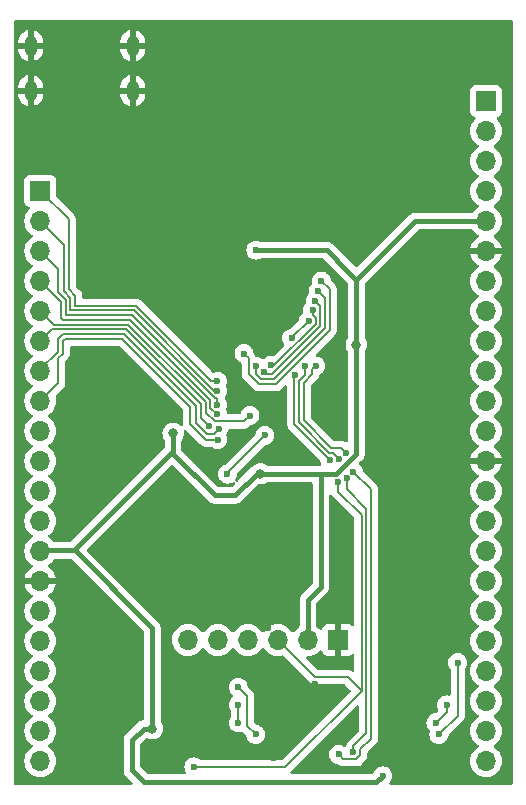
<source format=gbr>
%TF.GenerationSoftware,KiCad,Pcbnew,8.0.6*%
%TF.CreationDate,2025-01-09T22:28:07+01:00*%
%TF.ProjectId,samd21_breakout,73616d64-3231-45f6-9272-65616b6f7574,rev?*%
%TF.SameCoordinates,Original*%
%TF.FileFunction,Copper,L2,Bot*%
%TF.FilePolarity,Positive*%
%FSLAX46Y46*%
G04 Gerber Fmt 4.6, Leading zero omitted, Abs format (unit mm)*
G04 Created by KiCad (PCBNEW 8.0.6) date 2025-01-09 22:28:07*
%MOMM*%
%LPD*%
G01*
G04 APERTURE LIST*
%TA.AperFunction,ComponentPad*%
%ADD10R,1.700000X1.700000*%
%TD*%
%TA.AperFunction,ComponentPad*%
%ADD11O,1.700000X1.700000*%
%TD*%
%TA.AperFunction,ComponentPad*%
%ADD12O,1.100000X1.700000*%
%TD*%
%TA.AperFunction,ViaPad*%
%ADD13C,0.600000*%
%TD*%
%TA.AperFunction,ViaPad*%
%ADD14C,0.800000*%
%TD*%
%TA.AperFunction,Conductor*%
%ADD15C,0.200000*%
%TD*%
%TA.AperFunction,Conductor*%
%ADD16C,0.400000*%
%TD*%
G04 APERTURE END LIST*
D10*
%TO.P,J6,1,Pin_1*%
%TO.N,GND*%
X130700000Y-127500000D03*
D11*
%TO.P,J6,2,Pin_2*%
%TO.N,+3.3V*%
X128160000Y-127500000D03*
%TO.P,J6,3,Pin_3*%
%TO.N,RESET*%
X125620000Y-127500000D03*
%TO.P,J6,4,Pin_4*%
%TO.N,SCK*%
X123080000Y-127500000D03*
%TO.P,J6,5,Pin_5*%
%TO.N,MISO*%
X120540000Y-127500000D03*
%TO.P,J6,6,Pin_6*%
%TO.N,MOSI*%
X118000000Y-127500000D03*
%TD*%
D10*
%TO.P,J5,1,Pin_1*%
%TO.N,PB03*%
X143250000Y-81870000D03*
D11*
%TO.P,J5,2,Pin_2*%
%TO.N,PB02*%
X143250000Y-84410000D03*
%TO.P,J5,3,Pin_3*%
%TO.N,PA31*%
X143250000Y-86950000D03*
%TO.P,J5,4,Pin_4*%
%TO.N,PA30*%
X143250000Y-89490000D03*
%TO.P,J5,5,Pin_5*%
%TO.N,+3.3V*%
X143250000Y-92030000D03*
%TO.P,J5,6,Pin_6*%
%TO.N,GND*%
X143250000Y-94570000D03*
%TO.P,J5,7,Pin_7*%
%TO.N,PA28*%
X143250000Y-97110000D03*
%TO.P,J5,8,Pin_8*%
%TO.N,RESET*%
X143250000Y-99650000D03*
%TO.P,J5,9,Pin_9*%
%TO.N,PA27*%
X143250000Y-102190000D03*
%TO.P,J5,10,Pin_10*%
%TO.N,RXD*%
X143250000Y-104730000D03*
%TO.P,J5,11,Pin_11*%
%TO.N,TXD*%
X143250000Y-107270000D03*
%TO.P,J5,12,Pin_12*%
%TO.N,+3.3V*%
X143250000Y-109810000D03*
%TO.P,J5,13,Pin_13*%
%TO.N,GND*%
X143250000Y-112350000D03*
%TO.P,J5,14,Pin_14*%
%TO.N,PA25*%
X143250000Y-114890000D03*
%TO.P,J5,15,Pin_15*%
%TO.N,PA24*%
X143250000Y-117430000D03*
%TO.P,J5,16,Pin_16*%
%TO.N,SCL*%
X143250000Y-119970000D03*
%TO.P,J5,17,Pin_17*%
%TO.N,SDA*%
X143250000Y-122510000D03*
%TO.P,J5,18,Pin_18*%
%TO.N,PA21*%
X143250000Y-125050000D03*
%TO.P,J5,19,Pin_19*%
%TO.N,PA20*%
X143250000Y-127590000D03*
%TO.P,J5,20,Pin_20*%
%TO.N,MISO*%
X143250000Y-130130000D03*
%TO.P,J5,21,Pin_21*%
%TO.N,ss*%
X143250000Y-132670000D03*
%TO.P,J5,22,Pin_22*%
%TO.N,SCK*%
X143250000Y-135210000D03*
%TO.P,J5,23,Pin_23*%
%TO.N,MOSI*%
X143250000Y-137750000D03*
%TD*%
D10*
%TO.P,J4,1,Pin_1*%
%TO.N,PA02*%
X105500000Y-89490000D03*
D11*
%TO.P,J4,2,Pin_2*%
%TO.N,PA03*%
X105500000Y-92030000D03*
%TO.P,J4,3,Pin_3*%
%TO.N,PB08*%
X105500000Y-94570000D03*
%TO.P,J4,4,Pin_4*%
%TO.N,PB09*%
X105500000Y-97110000D03*
%TO.P,J4,5,Pin_5*%
%TO.N,PA04*%
X105500000Y-99650000D03*
%TO.P,J4,6,Pin_6*%
%TO.N,PA05*%
X105500000Y-102190000D03*
%TO.P,J4,7,Pin_7*%
%TO.N,PA06*%
X105500000Y-104730000D03*
%TO.P,J4,8,Pin_8*%
%TO.N,PA07*%
X105500000Y-107270000D03*
%TO.P,J4,9,Pin_9*%
%TO.N,PA08*%
X105500000Y-109810000D03*
%TO.P,J4,10,Pin_10*%
%TO.N,PA09*%
X105500000Y-112350000D03*
%TO.P,J4,11,Pin_11*%
%TO.N,PA10*%
X105500000Y-114890000D03*
%TO.P,J4,12,Pin_12*%
%TO.N,PA11*%
X105500000Y-117430000D03*
%TO.P,J4,13,Pin_13*%
%TO.N,+3.3V*%
X105500000Y-119970000D03*
%TO.P,J4,14,Pin_14*%
%TO.N,GND*%
X105500000Y-122510000D03*
%TO.P,J4,15,Pin_15*%
%TO.N,PB10*%
X105500000Y-125050000D03*
%TO.P,J4,16,Pin_16*%
%TO.N,PB11*%
X105500000Y-127590000D03*
%TO.P,J4,17,Pin_17*%
%TO.N,PA12*%
X105500000Y-130130000D03*
%TO.P,J4,18,Pin_18*%
%TO.N,PA13*%
X105500000Y-132670000D03*
%TO.P,J4,19,Pin_19*%
%TO.N,PA14*%
X105500000Y-135210000D03*
%TO.P,J4,20,Pin_20*%
%TO.N,PA15*%
X105500000Y-137750000D03*
%TD*%
D12*
%TO.P,J3,S1,SHIELD*%
%TO.N,GND*%
X113320000Y-81000000D03*
X113320000Y-77200000D03*
X104680000Y-81000000D03*
X104680000Y-77200000D03*
%TD*%
D13*
%TO.N,GND*%
X131000000Y-129500000D03*
X129500000Y-129500000D03*
X127750000Y-121750000D03*
X124250000Y-121750000D03*
X131000000Y-121250000D03*
X131000000Y-124250000D03*
X131000000Y-118500000D03*
%TO.N,SCK*%
X122250000Y-134500000D03*
X122250000Y-133000000D03*
%TO.N,MISO*%
X123750000Y-135500000D03*
X122250000Y-131500000D03*
%TO.N,GND*%
X128750000Y-131250000D03*
X126000000Y-131250000D03*
X126750000Y-90250000D03*
X141000000Y-111500000D03*
X119250000Y-136000000D03*
X120000000Y-135250000D03*
X139250000Y-137500000D03*
X136500000Y-137500000D03*
X128500000Y-137500000D03*
X125250000Y-137500000D03*
X118000000Y-91750000D03*
X115750000Y-89500000D03*
X112750000Y-87000000D03*
X119750000Y-99000000D03*
X117750000Y-96750000D03*
X114250000Y-94000000D03*
X111000000Y-91250000D03*
X137750000Y-101750000D03*
X137750000Y-104250000D03*
X137750000Y-106750000D03*
X112750000Y-107250000D03*
X109250000Y-107250000D03*
X118250000Y-116750000D03*
X116250000Y-119000000D03*
X114250000Y-121000000D03*
X111000000Y-126250000D03*
X109250000Y-124500000D03*
X110750000Y-133250000D03*
X110750000Y-137250000D03*
X120000000Y-131250000D03*
X124750000Y-126500000D03*
X127000000Y-119750000D03*
X135000000Y-130250000D03*
X135000000Y-126250000D03*
X135000000Y-121250000D03*
X135000000Y-117000000D03*
X125250000Y-108750000D03*
X125750000Y-107250000D03*
X128750000Y-108000000D03*
X128750000Y-106500000D03*
%TO.N,TXD*%
X130750000Y-137195000D03*
X131380025Y-111630025D03*
X128808701Y-104296273D03*
X132000000Y-113250000D03*
%TO.N,RXD*%
X131434313Y-113815687D03*
X130799049Y-112211001D03*
X132000000Y-137000000D03*
X127937500Y-104324830D03*
%TO.N,RESET*%
X130697881Y-114128213D03*
X127065035Y-105065035D03*
X130000000Y-112250000D03*
X118500000Y-138250000D03*
%TO.N,MISO*%
X140839265Y-129410735D03*
X139250000Y-135500000D03*
%TO.N,GND*%
X118750000Y-135250000D03*
%TO.N,SCK*%
X139000000Y-134500000D03*
X139900000Y-133000000D03*
%TO.N,+3.3V*%
X134500000Y-139000000D03*
D14*
X115000000Y-135000000D03*
X116750000Y-110000000D03*
X124121597Y-113433956D03*
D13*
%TO.N,GND*%
X126500000Y-96500000D03*
X124500000Y-96500000D03*
D14*
%TO.N,+3.3V*%
X132250000Y-102500000D03*
D13*
X123750000Y-94500000D03*
X123750000Y-94500000D03*
%TO.N,PA07*%
X120518912Y-110529847D03*
%TO.N,PA05*%
X119825959Y-109423021D03*
%TO.N,PA11*%
X121350158Y-113450000D03*
%TO.N,PB03*%
X122750000Y-103250000D03*
X129299429Y-97113016D03*
%TO.N,PB02*%
X123737500Y-104339829D03*
X129016585Y-97961545D03*
%TO.N,PA31*%
X128771908Y-98771908D03*
X124426237Y-104823119D03*
%TO.N,PA30*%
X124994399Y-104259917D03*
X128560458Y-99549044D03*
%TO.N,PA28*%
X128212594Y-100462592D03*
X126785955Y-101949999D03*
%TO.N,PA11*%
X124515993Y-110184323D03*
%TO.N,PA06*%
X120620795Y-109600003D03*
%TO.N,PA04*%
X123250000Y-108500000D03*
%TO.N,PB09*%
X120500000Y-108400003D03*
%TO.N,PB08*%
X120500000Y-107600000D03*
%TO.N,GND*%
X124250000Y-107250000D03*
%TO.N,PA03*%
X120500000Y-106400000D03*
%TO.N,PA02*%
X120500000Y-105600000D03*
%TD*%
D15*
%TO.N,RESET*%
X125620000Y-127500000D02*
X128770000Y-130650000D01*
X128770000Y-130650000D02*
X131550000Y-130650000D01*
X131550000Y-130650000D02*
X132700000Y-131800000D01*
D16*
%TO.N,+3.3V*%
X129250000Y-113433956D02*
X129250000Y-123000000D01*
X129250000Y-123000000D02*
X128160000Y-124090000D01*
X128160000Y-124090000D02*
X128160000Y-127500000D01*
X130566044Y-113433956D02*
X129250000Y-113433956D01*
X129250000Y-113433956D02*
X124121597Y-113433956D01*
D15*
%TO.N,RESET*%
X130697881Y-114128213D02*
X130697881Y-114947881D01*
X130697881Y-114947881D02*
X132700000Y-116950000D01*
X132700000Y-116950000D02*
X132700000Y-131800000D01*
X132700000Y-131800000D02*
X126250000Y-138250000D01*
X126250000Y-138250000D02*
X118500000Y-138250000D01*
%TO.N,RXD*%
X131434313Y-113815687D02*
X131434313Y-114737565D01*
X131434313Y-114737565D02*
X133100000Y-116403252D01*
X133100000Y-116403252D02*
X133100000Y-135400000D01*
X133100000Y-135400000D02*
X132000000Y-136500000D01*
X132000000Y-136500000D02*
X132000000Y-137000000D01*
%TO.N,TXD*%
X132248529Y-137600000D02*
X131155000Y-137600000D01*
X132600000Y-137248529D02*
X132248529Y-137600000D01*
X133500000Y-114750000D02*
X133500000Y-135851471D01*
X132000000Y-113250000D02*
X133500000Y-114750000D01*
X133500000Y-135851471D02*
X132600000Y-136751471D01*
X132600000Y-136751471D02*
X132600000Y-137248529D01*
X131155000Y-137600000D02*
X130750000Y-137195000D01*
%TO.N,MISO*%
X122250000Y-131500000D02*
X123000000Y-132250000D01*
X123000000Y-132250000D02*
X123000000Y-134750000D01*
X123000000Y-134750000D02*
X123750000Y-135500000D01*
%TO.N,SCK*%
X122250000Y-133000000D02*
X122250000Y-134500000D01*
D16*
%TO.N,+3.3V*%
X143250000Y-92030000D02*
X137220000Y-92030000D01*
X137220000Y-92030000D02*
X132250000Y-97000000D01*
D15*
%TO.N,PA07*%
X120518912Y-110529847D02*
X119518571Y-110529847D01*
X107400000Y-102165686D02*
X107400000Y-103255686D01*
X119518571Y-110529847D02*
X118211520Y-109222796D01*
X107565686Y-102000000D02*
X107400000Y-102165686D01*
X118211520Y-109222796D02*
X118211520Y-107788479D01*
X118211520Y-107788479D02*
X112423041Y-102000000D01*
X112423041Y-102000000D02*
X107565686Y-102000000D01*
X107400000Y-103255686D02*
X107000000Y-103655686D01*
X107000000Y-103655686D02*
X107000000Y-105770000D01*
X107000000Y-105770000D02*
X105500000Y-107270000D01*
%TO.N,PA02*%
X120500000Y-105600000D02*
X119982843Y-105600000D01*
X119982843Y-105600000D02*
X113582843Y-99200000D01*
X113582843Y-99200000D02*
X108450000Y-99200000D01*
X108450000Y-99200000D02*
X108450000Y-98362942D01*
X108450000Y-98362942D02*
X107900000Y-97812942D01*
X107900000Y-97812942D02*
X107900000Y-91890000D01*
X107900000Y-91890000D02*
X105500000Y-89490000D01*
%TO.N,PA03*%
X105500000Y-92030000D02*
X107500000Y-94030000D01*
X107500000Y-94030000D02*
X107500000Y-97978628D01*
X107500000Y-97978628D02*
X108050000Y-98528628D01*
X108050000Y-98528628D02*
X108050000Y-99600000D01*
X108050000Y-99600000D02*
X113417157Y-99600000D01*
X113417157Y-99600000D02*
X120217157Y-106400000D01*
X120217157Y-106400000D02*
X120500000Y-106400000D01*
%TO.N,PB08*%
X120500000Y-107600000D02*
X120500000Y-107000000D01*
X120251471Y-107000000D02*
X113251471Y-100000000D01*
X120500000Y-107000000D02*
X120251471Y-107000000D01*
X113251471Y-100000000D02*
X107650000Y-100000000D01*
X107650000Y-100000000D02*
X107650000Y-98694314D01*
X107650000Y-98694314D02*
X107000000Y-98044314D01*
X107000000Y-98044314D02*
X107000000Y-96070000D01*
X107000000Y-96070000D02*
X105500000Y-94570000D01*
%TO.N,PB09*%
X120500000Y-108400003D02*
X120451474Y-108400003D01*
X120451474Y-108400003D02*
X119900000Y-107848529D01*
X113085785Y-100400000D02*
X107400000Y-100400000D01*
X119900000Y-107848529D02*
X119900000Y-107214215D01*
X119900000Y-107214215D02*
X113085785Y-100400000D01*
X107400000Y-100400000D02*
X107250000Y-100250000D01*
X107250000Y-100250000D02*
X107250000Y-98860000D01*
X107250000Y-98860000D02*
X105500000Y-97110000D01*
%TO.N,PA06*%
X120620795Y-109600003D02*
X120197777Y-110023021D01*
X118700000Y-109145591D02*
X118700000Y-107711273D01*
X120197777Y-110023021D02*
X119577430Y-110023021D01*
X119577430Y-110023021D02*
X118700000Y-109145591D01*
X107000000Y-102000000D02*
X107000000Y-103090000D01*
X118700000Y-107711273D02*
X112588727Y-101600000D01*
X112588727Y-101600000D02*
X107400000Y-101600000D01*
X107000000Y-103090000D02*
X105500000Y-104590000D01*
X107400000Y-101600000D02*
X107000000Y-102000000D01*
X105500000Y-104590000D02*
X105500000Y-104730000D01*
%TO.N,PA04*%
X123250000Y-108500000D02*
X122749997Y-109000003D01*
X106650000Y-100800000D02*
X105500000Y-99650000D01*
X122749997Y-109000003D02*
X120251471Y-109000003D01*
X120251471Y-109000003D02*
X119500000Y-108248532D01*
X119500000Y-108248532D02*
X119500000Y-107379901D01*
X119500000Y-107379901D02*
X112920099Y-100800000D01*
X112920099Y-100800000D02*
X106650000Y-100800000D01*
%TO.N,PA05*%
X119825959Y-109423021D02*
X119100000Y-108697062D01*
X119100000Y-108697062D02*
X119100000Y-107545587D01*
X119100000Y-107545587D02*
X112754413Y-101200000D01*
X112754413Y-101200000D02*
X106490000Y-101200000D01*
X106490000Y-101200000D02*
X105500000Y-102190000D01*
D16*
%TO.N,+3.3V*%
X115000000Y-135000000D02*
X115000000Y-126500000D01*
X115000000Y-126500000D02*
X108410000Y-119910000D01*
X108410000Y-119910000D02*
X108340000Y-119910000D01*
X124121597Y-113433956D02*
X123816044Y-113433956D01*
X123816044Y-113433956D02*
X122000000Y-115250000D01*
X116750000Y-111750000D02*
X116750000Y-110000000D01*
X122000000Y-115250000D02*
X120250000Y-115250000D01*
X120250000Y-115250000D02*
X116750000Y-111750000D01*
X116750000Y-110000000D02*
X116750000Y-111500000D01*
X116750000Y-111500000D02*
X108340000Y-119910000D01*
D15*
%TO.N,RXD*%
X127937500Y-104324830D02*
X127937500Y-105041098D01*
X127937500Y-105041098D02*
X127400000Y-105578598D01*
X127400000Y-105578598D02*
X127400000Y-109084314D01*
X127400000Y-109084314D02*
X129965686Y-111650000D01*
X130799049Y-112200520D02*
X130799049Y-112211001D01*
X129965686Y-111650000D02*
X130248529Y-111650000D01*
X130248529Y-111650000D02*
X130799049Y-112200520D01*
%TO.N,TXD*%
X128808701Y-104296273D02*
X128537500Y-104567474D01*
X127800000Y-108918628D02*
X130131372Y-111250000D01*
X128537500Y-104567474D02*
X128537500Y-105006784D01*
X128537500Y-105006784D02*
X127800000Y-105744284D01*
X127800000Y-105744284D02*
X127800000Y-108918628D01*
X130131372Y-111250000D02*
X131000000Y-111250000D01*
X131000000Y-111250000D02*
X131380025Y-111630025D01*
%TO.N,RESET*%
X127065035Y-105065035D02*
X127000000Y-105130070D01*
X127000000Y-105130070D02*
X127000000Y-109250000D01*
X127000000Y-109250000D02*
X130000000Y-112250000D01*
D16*
%TO.N,+3.3V*%
X132250000Y-102500000D02*
X132250000Y-111750000D01*
X132250000Y-111750000D02*
X130566044Y-113433956D01*
D15*
%TO.N,MISO*%
X140839265Y-133910735D02*
X139250000Y-135500000D01*
X140839265Y-129410735D02*
X140839265Y-133910735D01*
%TO.N,SCK*%
X139900000Y-133600000D02*
X139000000Y-134500000D01*
X139900000Y-133000000D02*
X139900000Y-133600000D01*
D16*
%TO.N,+3.3V*%
X114750000Y-139550000D02*
X133500000Y-139550000D01*
X133500000Y-139550000D02*
X133950000Y-139550000D01*
X113250000Y-136500000D02*
X113250000Y-138500000D01*
X115000000Y-135000000D02*
X114250000Y-135000000D01*
X114250000Y-135000000D02*
X113250000Y-136000000D01*
X113250000Y-136000000D02*
X113250000Y-136500000D01*
X113250000Y-138500000D02*
X114300000Y-139550000D01*
X114300000Y-139550000D02*
X114750000Y-139550000D01*
X133950000Y-139550000D02*
X134500000Y-139000000D01*
X108340000Y-119910000D02*
X105500000Y-119910000D01*
X132250000Y-97000000D02*
X132250000Y-102500000D01*
X131500000Y-96250000D02*
X132250000Y-97000000D01*
X123750000Y-94500000D02*
X128000000Y-94500000D01*
X128000000Y-94500000D02*
X129750000Y-94500000D01*
X129750000Y-94500000D02*
X131500000Y-96250000D01*
D15*
%TO.N,PA28*%
X128212594Y-100462592D02*
X126785955Y-101889231D01*
X126785955Y-101889231D02*
X126785955Y-101949999D01*
%TO.N,PB03*%
X129299429Y-97113016D02*
X130012594Y-97826181D01*
X130012594Y-97826181D02*
X130012594Y-101268947D01*
X125458422Y-105823119D02*
X124012022Y-105823119D01*
X130012594Y-101268947D02*
X125458422Y-105823119D01*
X124012022Y-105823119D02*
X123137500Y-104948597D01*
X123137500Y-103637500D02*
X122750000Y-103250000D01*
X123137500Y-104948597D02*
X123137500Y-103637500D01*
%TO.N,PB02*%
X129016585Y-97961545D02*
X129612594Y-98557554D01*
X129612594Y-98557554D02*
X129612594Y-101103261D01*
X129612594Y-101103261D02*
X125292736Y-105423119D01*
X125292736Y-105423119D02*
X124177708Y-105423119D01*
X124177708Y-105423119D02*
X123737500Y-104982911D01*
X123737500Y-104982911D02*
X123737500Y-104339829D01*
%TO.N,PA31*%
X128771908Y-98771908D02*
X129212594Y-99212594D01*
X129212594Y-99212594D02*
X129212594Y-100937575D01*
X129212594Y-100937575D02*
X125150169Y-105000000D01*
X125150169Y-105000000D02*
X124603118Y-105000000D01*
X124603118Y-105000000D02*
X124426237Y-104823119D01*
%TO.N,PA30*%
X128812594Y-100214065D02*
X128812594Y-100771889D01*
X128560458Y-99961929D02*
X128812594Y-100214065D01*
X128560458Y-99549044D02*
X128560458Y-99961929D01*
X128812594Y-100771889D02*
X125324566Y-104259917D01*
X125324566Y-104259917D02*
X124994399Y-104259917D01*
%TO.N,PA04*%
X106290000Y-99710000D02*
X105500000Y-99710000D01*
%TO.N,PA11*%
X121350158Y-113450000D02*
X121250316Y-113450000D01*
X121350158Y-113350158D02*
X121350158Y-113450000D01*
X124515993Y-110184323D02*
X121350158Y-113350158D01*
%TO.N,PA03*%
X105500000Y-92248529D02*
X105500000Y-92090000D01*
%TD*%
%TA.AperFunction,Conductor*%
%TO.N,GND*%
G36*
X145442539Y-75020185D02*
G01*
X145488294Y-75072989D01*
X145499500Y-75124500D01*
X145499500Y-139625500D01*
X145479815Y-139692539D01*
X145427011Y-139738294D01*
X145375500Y-139749500D01*
X135181940Y-139749500D01*
X135114901Y-139729815D01*
X135069146Y-139677011D01*
X135059202Y-139607853D01*
X135088227Y-139544297D01*
X135094259Y-139537819D01*
X135129816Y-139502262D01*
X135225789Y-139349522D01*
X135285368Y-139179255D01*
X135285369Y-139179249D01*
X135305565Y-139000003D01*
X135305565Y-138999996D01*
X135285369Y-138820750D01*
X135285368Y-138820745D01*
X135274083Y-138788495D01*
X135225789Y-138650478D01*
X135129816Y-138497738D01*
X135002262Y-138370184D01*
X134849523Y-138274211D01*
X134679254Y-138214631D01*
X134679249Y-138214630D01*
X134500004Y-138194435D01*
X134499996Y-138194435D01*
X134320750Y-138214630D01*
X134320745Y-138214631D01*
X134150476Y-138274211D01*
X133997737Y-138370184D01*
X133870184Y-138497737D01*
X133774212Y-138650475D01*
X133774211Y-138650476D01*
X133755366Y-138704332D01*
X133738595Y-138752262D01*
X133737992Y-138753984D01*
X133708632Y-138800709D01*
X133696160Y-138813181D01*
X133634837Y-138846666D01*
X133608479Y-138849500D01*
X126799098Y-138849500D01*
X126732059Y-138829815D01*
X126686304Y-138777011D01*
X126676360Y-138707853D01*
X126705385Y-138644297D01*
X126711417Y-138637819D01*
X126730520Y-138618716D01*
X126730520Y-138618715D01*
X126740724Y-138608511D01*
X126740727Y-138608506D01*
X132287821Y-133061413D01*
X132349142Y-133027930D01*
X132418834Y-133032914D01*
X132474767Y-133074786D01*
X132499184Y-133140250D01*
X132499500Y-133149096D01*
X132499500Y-135099902D01*
X132479815Y-135166941D01*
X132463181Y-135187583D01*
X131519481Y-136131282D01*
X131519480Y-136131284D01*
X131473745Y-136210500D01*
X131451807Y-136248498D01*
X131440424Y-136268213D01*
X131399498Y-136420945D01*
X131398438Y-136429003D01*
X131396232Y-136428712D01*
X131379814Y-136484627D01*
X131372445Y-136494902D01*
X131365841Y-136503183D01*
X131363964Y-136501686D01*
X131320019Y-136540530D01*
X131250961Y-136551154D01*
X131201427Y-136533242D01*
X131099523Y-136469211D01*
X130929254Y-136409631D01*
X130929249Y-136409630D01*
X130750004Y-136389435D01*
X130749996Y-136389435D01*
X130570750Y-136409630D01*
X130570745Y-136409631D01*
X130400476Y-136469211D01*
X130247737Y-136565184D01*
X130120184Y-136692737D01*
X130024211Y-136845476D01*
X129964631Y-137015745D01*
X129964630Y-137015750D01*
X129944435Y-137194996D01*
X129944435Y-137195003D01*
X129964630Y-137374249D01*
X129964631Y-137374254D01*
X130024211Y-137544523D01*
X130071753Y-137620185D01*
X130120184Y-137697262D01*
X130247738Y-137824816D01*
X130400478Y-137920789D01*
X130570745Y-137980368D01*
X130657668Y-137990161D01*
X130722079Y-138017226D01*
X130731464Y-138025700D01*
X130786284Y-138080520D01*
X130786286Y-138080521D01*
X130786290Y-138080524D01*
X130921318Y-138158481D01*
X130923216Y-138159577D01*
X131035019Y-138189534D01*
X131075942Y-138200500D01*
X131075943Y-138200500D01*
X132161860Y-138200500D01*
X132161876Y-138200501D01*
X132169472Y-138200501D01*
X132327583Y-138200501D01*
X132327586Y-138200501D01*
X132480314Y-138159577D01*
X132530433Y-138130639D01*
X132617245Y-138080520D01*
X132729049Y-137968716D01*
X132729049Y-137968714D01*
X132739257Y-137958507D01*
X132739259Y-137958504D01*
X132958506Y-137739257D01*
X132958511Y-137739253D01*
X132968714Y-137729049D01*
X132968716Y-137729049D01*
X133080520Y-137617245D01*
X133134233Y-137524211D01*
X133159577Y-137480314D01*
X133200500Y-137327586D01*
X133200500Y-137169472D01*
X133200500Y-137051567D01*
X133220185Y-136984528D01*
X133236815Y-136963890D01*
X133858506Y-136342198D01*
X133858511Y-136342195D01*
X133868714Y-136331991D01*
X133868716Y-136331991D01*
X133980520Y-136220187D01*
X134031847Y-136131285D01*
X134032695Y-136129817D01*
X134059575Y-136083259D01*
X134059577Y-136083256D01*
X134100500Y-135930529D01*
X134100500Y-135772414D01*
X134100500Y-134499996D01*
X138194435Y-134499996D01*
X138194435Y-134500003D01*
X138214630Y-134679249D01*
X138214631Y-134679254D01*
X138274211Y-134849523D01*
X138370184Y-135002262D01*
X138467610Y-135099688D01*
X138501095Y-135161011D01*
X138496971Y-135228323D01*
X138464632Y-135320742D01*
X138464630Y-135320750D01*
X138444435Y-135499996D01*
X138444435Y-135500003D01*
X138464630Y-135679249D01*
X138464631Y-135679254D01*
X138524211Y-135849523D01*
X138575110Y-135930527D01*
X138620184Y-136002262D01*
X138747738Y-136129816D01*
X138750076Y-136131285D01*
X138876145Y-136210500D01*
X138900478Y-136225789D01*
X138965377Y-136248498D01*
X139070745Y-136285368D01*
X139070750Y-136285369D01*
X139249996Y-136305565D01*
X139250000Y-136305565D01*
X139250004Y-136305565D01*
X139429249Y-136285369D01*
X139429252Y-136285368D01*
X139429255Y-136285368D01*
X139599522Y-136225789D01*
X139752262Y-136129816D01*
X139879816Y-136002262D01*
X139975789Y-135849522D01*
X140035368Y-135679255D01*
X140045161Y-135592329D01*
X140072226Y-135527918D01*
X140080690Y-135518543D01*
X141197771Y-134401463D01*
X141197776Y-134401459D01*
X141207979Y-134391255D01*
X141207981Y-134391255D01*
X141319785Y-134279451D01*
X141394247Y-134150478D01*
X141394248Y-134150477D01*
X141398838Y-134142528D01*
X141398839Y-134142525D01*
X141398842Y-134142520D01*
X141439765Y-133989792D01*
X141439765Y-133831678D01*
X141439765Y-129993147D01*
X141459450Y-129926108D01*
X141466820Y-129915832D01*
X141469075Y-129913002D01*
X141469081Y-129912997D01*
X141565054Y-129760257D01*
X141624633Y-129589990D01*
X141624634Y-129589984D01*
X141644830Y-129410738D01*
X141644830Y-129410731D01*
X141624634Y-129231485D01*
X141624633Y-129231480D01*
X141575654Y-129091506D01*
X141565054Y-129061213D01*
X141469081Y-128908473D01*
X141341527Y-128780919D01*
X141294734Y-128751517D01*
X141188788Y-128684946D01*
X141018519Y-128625366D01*
X141018514Y-128625365D01*
X140839269Y-128605170D01*
X140839261Y-128605170D01*
X140660015Y-128625365D01*
X140660010Y-128625366D01*
X140489741Y-128684946D01*
X140337002Y-128780919D01*
X140209449Y-128908472D01*
X140113476Y-129061211D01*
X140053896Y-129231480D01*
X140053895Y-129231485D01*
X140033700Y-129410731D01*
X140033700Y-129410738D01*
X140053895Y-129589984D01*
X140053896Y-129589989D01*
X140113476Y-129760258D01*
X140173780Y-129856231D01*
X140197884Y-129894592D01*
X140209450Y-129912998D01*
X140211710Y-129915832D01*
X140212599Y-129918010D01*
X140213154Y-129918893D01*
X140212999Y-129918990D01*
X140238120Y-129980518D01*
X140238765Y-129993147D01*
X140238765Y-132095685D01*
X140219080Y-132162724D01*
X140166276Y-132208479D01*
X140097118Y-132218423D01*
X140086144Y-132215741D01*
X140086044Y-132216181D01*
X140079253Y-132214631D01*
X139900004Y-132194435D01*
X139899996Y-132194435D01*
X139720750Y-132214630D01*
X139720745Y-132214631D01*
X139550476Y-132274211D01*
X139397737Y-132370184D01*
X139270184Y-132497737D01*
X139174211Y-132650476D01*
X139114631Y-132820745D01*
X139114630Y-132820750D01*
X139094435Y-132999996D01*
X139094435Y-133000003D01*
X139114630Y-133179249D01*
X139114633Y-133179262D01*
X139174210Y-133349521D01*
X139177231Y-133355794D01*
X139174353Y-133357179D01*
X139189621Y-133410779D01*
X139169395Y-133477657D01*
X139153306Y-133497457D01*
X138981465Y-133669298D01*
X138920142Y-133702783D01*
X138907668Y-133704837D01*
X138820750Y-133714630D01*
X138650478Y-133774210D01*
X138497737Y-133870184D01*
X138370184Y-133997737D01*
X138274211Y-134150476D01*
X138214631Y-134320745D01*
X138214630Y-134320750D01*
X138194435Y-134499996D01*
X134100500Y-134499996D01*
X134100500Y-114670943D01*
X134099576Y-114667496D01*
X134087185Y-114621252D01*
X134059577Y-114518216D01*
X134042611Y-114488830D01*
X133980524Y-114381290D01*
X133980521Y-114381286D01*
X133980520Y-114381284D01*
X133868716Y-114269480D01*
X133868715Y-114269479D01*
X133864385Y-114265149D01*
X133864374Y-114265139D01*
X132830700Y-113231465D01*
X132797215Y-113170142D01*
X132795163Y-113157686D01*
X132785368Y-113070745D01*
X132725789Y-112900478D01*
X132629816Y-112747738D01*
X132524048Y-112641970D01*
X132490563Y-112580647D01*
X132495547Y-112510955D01*
X132524048Y-112466608D01*
X132648325Y-112342331D01*
X132794113Y-112196543D01*
X132801840Y-112184979D01*
X132809459Y-112173578D01*
X132870771Y-112081817D01*
X132870771Y-112081816D01*
X132870775Y-112081811D01*
X132917611Y-111968739D01*
X132917613Y-111968735D01*
X132923577Y-111954336D01*
X132923579Y-111954331D01*
X132923578Y-111954331D01*
X132923580Y-111954329D01*
X132933098Y-111906478D01*
X132950500Y-111818993D01*
X132950500Y-103115391D01*
X132970185Y-103048352D01*
X132982352Y-103032417D01*
X132982533Y-103032216D01*
X133077179Y-102868284D01*
X133135674Y-102688256D01*
X133155460Y-102500000D01*
X133135674Y-102311744D01*
X133077179Y-102131716D01*
X132982533Y-101967784D01*
X132982344Y-101967574D01*
X132982273Y-101967427D01*
X132978714Y-101962528D01*
X132979610Y-101961876D01*
X132952119Y-101904580D01*
X132950500Y-101884608D01*
X132950500Y-97341518D01*
X132970185Y-97274479D01*
X132986819Y-97253837D01*
X137473837Y-92766819D01*
X137535160Y-92733334D01*
X137561518Y-92730500D01*
X142027289Y-92730500D01*
X142094328Y-92750185D01*
X142128864Y-92783377D01*
X142211505Y-92901402D01*
X142378597Y-93068493D01*
X142378603Y-93068498D01*
X142564594Y-93198730D01*
X142608219Y-93253307D01*
X142615413Y-93322805D01*
X142583890Y-93385160D01*
X142564595Y-93401880D01*
X142378922Y-93531890D01*
X142378920Y-93531891D01*
X142211891Y-93698920D01*
X142211886Y-93698926D01*
X142076400Y-93892420D01*
X142076399Y-93892422D01*
X141976570Y-94106507D01*
X141976567Y-94106513D01*
X141919364Y-94319999D01*
X141919364Y-94320000D01*
X142816988Y-94320000D01*
X142784075Y-94377007D01*
X142750000Y-94504174D01*
X142750000Y-94635826D01*
X142784075Y-94762993D01*
X142816988Y-94820000D01*
X141919364Y-94820000D01*
X141976567Y-95033486D01*
X141976570Y-95033492D01*
X142076399Y-95247578D01*
X142211894Y-95441082D01*
X142378917Y-95608105D01*
X142564595Y-95738119D01*
X142608219Y-95792696D01*
X142615412Y-95862195D01*
X142583890Y-95924549D01*
X142564595Y-95941269D01*
X142378594Y-96071508D01*
X142211505Y-96238597D01*
X142075965Y-96432169D01*
X142075964Y-96432171D01*
X141976098Y-96646335D01*
X141976094Y-96646344D01*
X141914938Y-96874586D01*
X141914936Y-96874596D01*
X141894341Y-97109999D01*
X141894341Y-97110000D01*
X141914936Y-97345403D01*
X141914938Y-97345413D01*
X141976094Y-97573655D01*
X141976096Y-97573659D01*
X141976097Y-97573663D01*
X142056984Y-97747125D01*
X142075965Y-97787830D01*
X142075967Y-97787834D01*
X142142199Y-97882422D01*
X142197604Y-97961549D01*
X142211501Y-97981395D01*
X142211506Y-97981402D01*
X142378597Y-98148493D01*
X142378603Y-98148498D01*
X142564158Y-98278425D01*
X142607783Y-98333002D01*
X142614977Y-98402500D01*
X142583454Y-98464855D01*
X142564158Y-98481575D01*
X142378597Y-98611505D01*
X142211505Y-98778597D01*
X142075965Y-98972169D01*
X142075964Y-98972171D01*
X141976098Y-99186335D01*
X141976094Y-99186344D01*
X141914938Y-99414586D01*
X141914936Y-99414596D01*
X141894341Y-99649999D01*
X141894341Y-99650000D01*
X141914936Y-99885403D01*
X141914938Y-99885413D01*
X141976094Y-100113655D01*
X141976096Y-100113659D01*
X141976097Y-100113663D01*
X142055218Y-100283337D01*
X142075965Y-100327830D01*
X142075967Y-100327834D01*
X142211501Y-100521395D01*
X142211506Y-100521402D01*
X142378597Y-100688493D01*
X142378603Y-100688498D01*
X142564158Y-100818425D01*
X142607783Y-100873002D01*
X142614977Y-100942500D01*
X142583454Y-101004855D01*
X142564158Y-101021575D01*
X142378597Y-101151505D01*
X142211505Y-101318597D01*
X142075965Y-101512169D01*
X142075964Y-101512171D01*
X141976098Y-101726335D01*
X141976094Y-101726344D01*
X141914938Y-101954586D01*
X141914936Y-101954596D01*
X141894341Y-102189999D01*
X141894341Y-102190000D01*
X141914936Y-102425403D01*
X141914938Y-102425413D01*
X141976094Y-102653655D01*
X141976096Y-102653659D01*
X141976097Y-102653663D01*
X142009129Y-102724500D01*
X142075965Y-102867830D01*
X142075967Y-102867834D01*
X142211501Y-103061395D01*
X142211506Y-103061402D01*
X142378597Y-103228493D01*
X142378603Y-103228498D01*
X142564158Y-103358425D01*
X142607783Y-103413002D01*
X142614977Y-103482500D01*
X142583454Y-103544855D01*
X142564158Y-103561575D01*
X142378597Y-103691505D01*
X142211505Y-103858597D01*
X142075965Y-104052169D01*
X142075964Y-104052171D01*
X141976098Y-104266335D01*
X141976094Y-104266344D01*
X141914938Y-104494586D01*
X141914936Y-104494596D01*
X141894341Y-104729999D01*
X141894341Y-104730000D01*
X141914936Y-104965403D01*
X141914938Y-104965413D01*
X141976094Y-105193655D01*
X141976096Y-105193659D01*
X141976097Y-105193663D01*
X142033755Y-105317311D01*
X142075965Y-105407830D01*
X142075967Y-105407834D01*
X142211501Y-105601395D01*
X142211506Y-105601402D01*
X142378597Y-105768493D01*
X142378603Y-105768498D01*
X142564158Y-105898425D01*
X142607783Y-105953002D01*
X142614977Y-106022500D01*
X142583454Y-106084855D01*
X142564158Y-106101575D01*
X142378597Y-106231505D01*
X142211505Y-106398597D01*
X142075965Y-106592169D01*
X142075964Y-106592171D01*
X141976098Y-106806335D01*
X141976094Y-106806344D01*
X141914938Y-107034586D01*
X141914936Y-107034596D01*
X141894341Y-107269999D01*
X141894341Y-107270000D01*
X141914936Y-107505403D01*
X141914938Y-107505413D01*
X141976094Y-107733655D01*
X141976096Y-107733659D01*
X141976097Y-107733663D01*
X142039758Y-107870184D01*
X142075965Y-107947830D01*
X142075967Y-107947834D01*
X142211501Y-108141395D01*
X142211506Y-108141402D01*
X142378597Y-108308493D01*
X142378603Y-108308498D01*
X142564158Y-108438425D01*
X142607783Y-108493002D01*
X142614977Y-108562500D01*
X142583454Y-108624855D01*
X142564158Y-108641575D01*
X142378597Y-108771505D01*
X142211505Y-108938597D01*
X142075965Y-109132169D01*
X142075964Y-109132171D01*
X141976098Y-109346335D01*
X141976094Y-109346344D01*
X141914938Y-109574586D01*
X141914936Y-109574596D01*
X141894341Y-109809999D01*
X141894341Y-109810000D01*
X141914936Y-110045403D01*
X141914938Y-110045413D01*
X141976094Y-110273655D01*
X141976096Y-110273659D01*
X141976097Y-110273663D01*
X142020220Y-110368284D01*
X142075965Y-110487830D01*
X142075967Y-110487834D01*
X142211501Y-110681395D01*
X142211506Y-110681402D01*
X142378597Y-110848493D01*
X142378603Y-110848498D01*
X142422693Y-110879370D01*
X142551683Y-110969690D01*
X142564594Y-110978730D01*
X142608219Y-111033307D01*
X142615413Y-111102805D01*
X142583890Y-111165160D01*
X142564595Y-111181880D01*
X142378922Y-111311890D01*
X142378920Y-111311891D01*
X142211891Y-111478920D01*
X142211886Y-111478926D01*
X142076400Y-111672420D01*
X142076399Y-111672422D01*
X141976570Y-111886507D01*
X141976567Y-111886513D01*
X141919364Y-112099999D01*
X141919364Y-112100000D01*
X142816988Y-112100000D01*
X142784075Y-112157007D01*
X142750000Y-112284174D01*
X142750000Y-112415826D01*
X142784075Y-112542993D01*
X142816988Y-112600000D01*
X141919364Y-112600000D01*
X141976567Y-112813486D01*
X141976570Y-112813492D01*
X142076399Y-113027578D01*
X142211894Y-113221082D01*
X142378917Y-113388105D01*
X142564595Y-113518119D01*
X142608219Y-113572696D01*
X142615412Y-113642195D01*
X142583890Y-113704549D01*
X142564595Y-113721269D01*
X142378594Y-113851508D01*
X142211505Y-114018597D01*
X142075965Y-114212169D01*
X142075964Y-114212171D01*
X141976098Y-114426335D01*
X141976094Y-114426344D01*
X141914938Y-114654586D01*
X141914936Y-114654596D01*
X141894341Y-114889999D01*
X141894341Y-114890000D01*
X141914936Y-115125403D01*
X141914938Y-115125413D01*
X141976094Y-115353655D01*
X141976096Y-115353659D01*
X141976097Y-115353663D01*
X142014245Y-115435471D01*
X142075965Y-115567830D01*
X142075967Y-115567834D01*
X142211501Y-115761395D01*
X142211506Y-115761402D01*
X142378597Y-115928493D01*
X142378603Y-115928498D01*
X142564158Y-116058425D01*
X142607783Y-116113002D01*
X142614977Y-116182500D01*
X142583454Y-116244855D01*
X142564158Y-116261575D01*
X142378597Y-116391505D01*
X142211505Y-116558597D01*
X142075965Y-116752169D01*
X142075964Y-116752171D01*
X141976098Y-116966335D01*
X141976094Y-116966344D01*
X141914938Y-117194586D01*
X141914936Y-117194596D01*
X141894341Y-117429999D01*
X141894341Y-117430000D01*
X141914936Y-117665403D01*
X141914938Y-117665413D01*
X141976094Y-117893655D01*
X141976096Y-117893659D01*
X141976097Y-117893663D01*
X142075965Y-118107830D01*
X142075967Y-118107834D01*
X142211501Y-118301395D01*
X142211506Y-118301402D01*
X142378597Y-118468493D01*
X142378603Y-118468498D01*
X142564158Y-118598425D01*
X142607783Y-118653002D01*
X142614977Y-118722500D01*
X142583454Y-118784855D01*
X142564158Y-118801575D01*
X142378597Y-118931505D01*
X142211505Y-119098597D01*
X142075965Y-119292169D01*
X142075964Y-119292171D01*
X141976098Y-119506335D01*
X141976094Y-119506344D01*
X141914938Y-119734586D01*
X141914936Y-119734596D01*
X141894341Y-119969999D01*
X141894341Y-119970000D01*
X141914936Y-120205403D01*
X141914938Y-120205413D01*
X141976094Y-120433655D01*
X141976096Y-120433659D01*
X141976097Y-120433663D01*
X142058558Y-120610500D01*
X142075965Y-120647830D01*
X142075967Y-120647834D01*
X142184281Y-120802521D01*
X142211501Y-120841396D01*
X142211506Y-120841402D01*
X142378597Y-121008493D01*
X142378603Y-121008498D01*
X142564158Y-121138425D01*
X142607783Y-121193002D01*
X142614977Y-121262500D01*
X142583454Y-121324855D01*
X142564158Y-121341575D01*
X142378597Y-121471505D01*
X142211505Y-121638597D01*
X142075965Y-121832169D01*
X142075964Y-121832171D01*
X141976098Y-122046335D01*
X141976094Y-122046344D01*
X141914938Y-122274586D01*
X141914936Y-122274596D01*
X141894341Y-122509999D01*
X141894341Y-122510000D01*
X141914936Y-122745403D01*
X141914938Y-122745413D01*
X141976094Y-122973655D01*
X141976096Y-122973659D01*
X141976097Y-122973663D01*
X142020551Y-123068994D01*
X142075965Y-123187830D01*
X142075967Y-123187834D01*
X142211501Y-123381395D01*
X142211506Y-123381402D01*
X142378597Y-123548493D01*
X142378603Y-123548498D01*
X142564158Y-123678425D01*
X142607783Y-123733002D01*
X142614977Y-123802500D01*
X142583454Y-123864855D01*
X142564158Y-123881575D01*
X142378597Y-124011505D01*
X142211505Y-124178597D01*
X142075965Y-124372169D01*
X142075964Y-124372171D01*
X141976098Y-124586335D01*
X141976094Y-124586344D01*
X141914938Y-124814586D01*
X141914936Y-124814596D01*
X141894341Y-125049999D01*
X141894341Y-125050000D01*
X141914936Y-125285403D01*
X141914938Y-125285413D01*
X141976094Y-125513655D01*
X141976096Y-125513659D01*
X141976097Y-125513663D01*
X142075965Y-125727830D01*
X142075967Y-125727834D01*
X142211501Y-125921395D01*
X142211506Y-125921402D01*
X142378597Y-126088493D01*
X142378603Y-126088498D01*
X142564158Y-126218425D01*
X142607783Y-126273002D01*
X142614977Y-126342500D01*
X142583454Y-126404855D01*
X142564158Y-126421575D01*
X142378597Y-126551505D01*
X142211505Y-126718597D01*
X142075965Y-126912169D01*
X142075964Y-126912171D01*
X141976098Y-127126335D01*
X141976094Y-127126344D01*
X141914938Y-127354586D01*
X141914936Y-127354596D01*
X141894341Y-127589999D01*
X141894341Y-127590000D01*
X141914936Y-127825403D01*
X141914938Y-127825413D01*
X141976094Y-128053655D01*
X141976096Y-128053659D01*
X141976097Y-128053663D01*
X142033997Y-128177830D01*
X142075965Y-128267830D01*
X142075967Y-128267834D01*
X142211501Y-128461395D01*
X142211506Y-128461402D01*
X142378597Y-128628493D01*
X142378603Y-128628498D01*
X142564158Y-128758425D01*
X142607783Y-128813002D01*
X142614977Y-128882500D01*
X142583454Y-128944855D01*
X142564158Y-128961575D01*
X142378597Y-129091505D01*
X142211505Y-129258597D01*
X142075965Y-129452169D01*
X142075964Y-129452171D01*
X141976098Y-129666335D01*
X141976094Y-129666344D01*
X141914938Y-129894586D01*
X141914936Y-129894596D01*
X141894341Y-130129999D01*
X141894341Y-130130000D01*
X141914936Y-130365403D01*
X141914938Y-130365413D01*
X141976094Y-130593655D01*
X141976096Y-130593659D01*
X141976097Y-130593663D01*
X142032506Y-130714632D01*
X142075965Y-130807830D01*
X142075967Y-130807834D01*
X142184281Y-130962521D01*
X142208939Y-130997737D01*
X142211501Y-131001395D01*
X142211506Y-131001402D01*
X142378597Y-131168493D01*
X142378603Y-131168498D01*
X142564158Y-131298425D01*
X142607783Y-131353002D01*
X142614977Y-131422500D01*
X142583454Y-131484855D01*
X142564158Y-131501575D01*
X142378597Y-131631505D01*
X142211505Y-131798597D01*
X142075965Y-131992169D01*
X142075964Y-131992171D01*
X141976098Y-132206335D01*
X141976094Y-132206344D01*
X141914938Y-132434586D01*
X141914936Y-132434596D01*
X141894341Y-132669999D01*
X141894341Y-132670000D01*
X141914936Y-132905403D01*
X141914938Y-132905413D01*
X141976094Y-133133655D01*
X141976096Y-133133659D01*
X141976097Y-133133663D01*
X142075965Y-133347830D01*
X142075967Y-133347834D01*
X142211501Y-133541395D01*
X142211506Y-133541402D01*
X142378597Y-133708493D01*
X142378603Y-133708498D01*
X142564158Y-133838425D01*
X142607783Y-133893002D01*
X142614977Y-133962500D01*
X142583454Y-134024855D01*
X142564158Y-134041575D01*
X142378597Y-134171505D01*
X142211505Y-134338597D01*
X142075965Y-134532169D01*
X142075964Y-134532171D01*
X141976098Y-134746335D01*
X141976094Y-134746344D01*
X141914938Y-134974586D01*
X141914936Y-134974596D01*
X141894341Y-135209999D01*
X141894341Y-135210000D01*
X141914936Y-135445403D01*
X141914938Y-135445413D01*
X141976094Y-135673655D01*
X141976096Y-135673659D01*
X141976097Y-135673663D01*
X142027066Y-135782966D01*
X142075964Y-135887828D01*
X142075967Y-135887834D01*
X142211501Y-136081395D01*
X142211506Y-136081402D01*
X142378597Y-136248493D01*
X142378603Y-136248498D01*
X142564158Y-136378425D01*
X142607783Y-136433002D01*
X142614977Y-136502500D01*
X142583454Y-136564855D01*
X142564158Y-136581575D01*
X142378597Y-136711505D01*
X142211505Y-136878597D01*
X142075965Y-137072169D01*
X142075964Y-137072171D01*
X141976098Y-137286335D01*
X141976094Y-137286344D01*
X141914938Y-137514586D01*
X141914936Y-137514596D01*
X141894341Y-137749999D01*
X141894341Y-137750000D01*
X141914936Y-137985403D01*
X141914938Y-137985413D01*
X141976094Y-138213655D01*
X141976096Y-138213659D01*
X141976097Y-138213663D01*
X141993043Y-138250003D01*
X142075965Y-138427830D01*
X142075967Y-138427834D01*
X142124914Y-138497737D01*
X142211505Y-138621401D01*
X142378599Y-138788495D01*
X142424657Y-138820745D01*
X142572165Y-138924032D01*
X142572167Y-138924033D01*
X142572170Y-138924035D01*
X142786337Y-139023903D01*
X143014592Y-139085063D01*
X143202918Y-139101539D01*
X143249999Y-139105659D01*
X143250000Y-139105659D01*
X143250001Y-139105659D01*
X143289234Y-139102226D01*
X143485408Y-139085063D01*
X143713663Y-139023903D01*
X143927830Y-138924035D01*
X144121401Y-138788495D01*
X144288495Y-138621401D01*
X144424035Y-138427830D01*
X144523903Y-138213663D01*
X144585063Y-137985408D01*
X144605659Y-137750000D01*
X144604719Y-137739261D01*
X144594044Y-137617241D01*
X144585063Y-137514592D01*
X144523903Y-137286337D01*
X144424035Y-137072171D01*
X144384526Y-137015745D01*
X144288494Y-136878597D01*
X144121402Y-136711506D01*
X144121396Y-136711501D01*
X143935842Y-136581575D01*
X143892217Y-136526998D01*
X143885023Y-136457500D01*
X143916546Y-136395145D01*
X143935842Y-136378425D01*
X143987584Y-136342195D01*
X144121401Y-136248495D01*
X144288495Y-136081401D01*
X144424035Y-135887830D01*
X144523903Y-135673663D01*
X144585063Y-135445408D01*
X144605659Y-135210000D01*
X144585063Y-134974592D01*
X144531372Y-134774211D01*
X144523905Y-134746344D01*
X144523904Y-134746343D01*
X144523903Y-134746337D01*
X144424035Y-134532171D01*
X144402395Y-134501265D01*
X144288494Y-134338597D01*
X144121402Y-134171506D01*
X144121396Y-134171501D01*
X143935842Y-134041575D01*
X143892217Y-133986998D01*
X143885023Y-133917500D01*
X143916546Y-133855145D01*
X143935842Y-133838425D01*
X144112639Y-133714630D01*
X144121401Y-133708495D01*
X144288495Y-133541401D01*
X144424035Y-133347830D01*
X144523903Y-133133663D01*
X144585063Y-132905408D01*
X144605659Y-132670000D01*
X144585063Y-132434592D01*
X144523903Y-132206337D01*
X144424035Y-131992171D01*
X144346393Y-131881285D01*
X144288494Y-131798597D01*
X144121402Y-131631506D01*
X144121396Y-131631501D01*
X143935842Y-131501575D01*
X143892217Y-131446998D01*
X143885023Y-131377500D01*
X143916546Y-131315145D01*
X143935842Y-131298425D01*
X144004286Y-131250500D01*
X144121401Y-131168495D01*
X144288495Y-131001401D01*
X144424035Y-130807830D01*
X144523903Y-130593663D01*
X144585063Y-130365408D01*
X144605659Y-130130000D01*
X144585063Y-129894592D01*
X144523903Y-129666337D01*
X144424035Y-129452171D01*
X144395024Y-129410738D01*
X144288494Y-129258597D01*
X144121402Y-129091506D01*
X144121396Y-129091501D01*
X143935842Y-128961575D01*
X143892217Y-128906998D01*
X143885023Y-128837500D01*
X143916546Y-128775145D01*
X143935842Y-128758425D01*
X143958026Y-128742891D01*
X144121401Y-128628495D01*
X144288495Y-128461401D01*
X144424035Y-128267830D01*
X144523903Y-128053663D01*
X144585063Y-127825408D01*
X144605659Y-127590000D01*
X144585063Y-127354592D01*
X144523903Y-127126337D01*
X144424035Y-126912171D01*
X144385953Y-126857783D01*
X144288494Y-126718597D01*
X144121402Y-126551506D01*
X144121396Y-126551501D01*
X143935842Y-126421575D01*
X143892217Y-126366998D01*
X143885023Y-126297500D01*
X143916546Y-126235145D01*
X143935842Y-126218425D01*
X143977789Y-126189053D01*
X144121401Y-126088495D01*
X144288495Y-125921401D01*
X144424035Y-125727830D01*
X144523903Y-125513663D01*
X144585063Y-125285408D01*
X144605659Y-125050000D01*
X144585063Y-124814592D01*
X144523903Y-124586337D01*
X144424035Y-124372171D01*
X144404197Y-124343838D01*
X144288494Y-124178597D01*
X144121402Y-124011506D01*
X144121396Y-124011501D01*
X143935842Y-123881575D01*
X143892217Y-123826998D01*
X143885023Y-123757500D01*
X143916546Y-123695145D01*
X143935842Y-123678425D01*
X143985781Y-123643457D01*
X144121401Y-123548495D01*
X144288495Y-123381401D01*
X144424035Y-123187830D01*
X144523903Y-122973663D01*
X144585063Y-122745408D01*
X144605659Y-122510000D01*
X144585063Y-122274592D01*
X144523903Y-122046337D01*
X144424035Y-121832171D01*
X144288495Y-121638599D01*
X144288494Y-121638597D01*
X144121402Y-121471506D01*
X144121396Y-121471501D01*
X143935842Y-121341575D01*
X143892217Y-121286998D01*
X143885023Y-121217500D01*
X143916546Y-121155145D01*
X143935842Y-121138425D01*
X143958026Y-121122891D01*
X144121401Y-121008495D01*
X144288495Y-120841401D01*
X144424035Y-120647830D01*
X144523903Y-120433663D01*
X144585063Y-120205408D01*
X144605659Y-119970000D01*
X144585063Y-119734592D01*
X144523903Y-119506337D01*
X144424035Y-119292171D01*
X144366149Y-119209500D01*
X144288494Y-119098597D01*
X144121402Y-118931506D01*
X144121396Y-118931501D01*
X143935842Y-118801575D01*
X143892217Y-118746998D01*
X143885023Y-118677500D01*
X143916546Y-118615145D01*
X143935842Y-118598425D01*
X143958026Y-118582891D01*
X144121401Y-118468495D01*
X144288495Y-118301401D01*
X144424035Y-118107830D01*
X144523903Y-117893663D01*
X144585063Y-117665408D01*
X144605659Y-117430000D01*
X144585063Y-117194592D01*
X144523903Y-116966337D01*
X144424035Y-116752171D01*
X144288495Y-116558599D01*
X144288494Y-116558597D01*
X144121402Y-116391506D01*
X144121396Y-116391501D01*
X143935842Y-116261575D01*
X143892217Y-116206998D01*
X143885023Y-116137500D01*
X143916546Y-116075145D01*
X143935842Y-116058425D01*
X143958026Y-116042891D01*
X144121401Y-115928495D01*
X144288495Y-115761401D01*
X144424035Y-115567830D01*
X144523903Y-115353663D01*
X144585063Y-115125408D01*
X144605659Y-114890000D01*
X144585063Y-114654592D01*
X144523903Y-114426337D01*
X144424035Y-114212171D01*
X144398561Y-114175789D01*
X144288494Y-114018597D01*
X144121402Y-113851506D01*
X144121401Y-113851505D01*
X143935405Y-113721269D01*
X143891781Y-113666692D01*
X143884588Y-113597193D01*
X143916110Y-113534839D01*
X143935405Y-113518119D01*
X144121082Y-113388105D01*
X144288105Y-113221082D01*
X144423600Y-113027578D01*
X144523429Y-112813492D01*
X144523432Y-112813486D01*
X144580636Y-112600000D01*
X143683012Y-112600000D01*
X143715925Y-112542993D01*
X143750000Y-112415826D01*
X143750000Y-112284174D01*
X143715925Y-112157007D01*
X143683012Y-112100000D01*
X144580636Y-112100000D01*
X144580635Y-112099999D01*
X144523432Y-111886513D01*
X144523429Y-111886507D01*
X144423600Y-111672422D01*
X144423599Y-111672420D01*
X144288113Y-111478926D01*
X144288108Y-111478920D01*
X144121078Y-111311890D01*
X143935405Y-111181879D01*
X143891780Y-111127302D01*
X143884588Y-111057804D01*
X143916110Y-110995449D01*
X143935406Y-110978730D01*
X143948315Y-110969691D01*
X144121401Y-110848495D01*
X144288495Y-110681401D01*
X144424035Y-110487830D01*
X144523903Y-110273663D01*
X144585063Y-110045408D01*
X144605659Y-109810000D01*
X144585063Y-109574592D01*
X144523903Y-109346337D01*
X144424035Y-109132171D01*
X144422386Y-109129815D01*
X144288494Y-108938597D01*
X144121402Y-108771506D01*
X144121396Y-108771501D01*
X143935842Y-108641575D01*
X143892217Y-108586998D01*
X143885023Y-108517500D01*
X143916546Y-108455145D01*
X143935842Y-108438425D01*
X144019541Y-108379818D01*
X144121401Y-108308495D01*
X144288495Y-108141401D01*
X144424035Y-107947830D01*
X144523903Y-107733663D01*
X144585063Y-107505408D01*
X144605659Y-107270000D01*
X144585063Y-107034592D01*
X144523903Y-106806337D01*
X144424035Y-106592171D01*
X144414992Y-106579255D01*
X144288494Y-106398597D01*
X144121402Y-106231506D01*
X144121396Y-106231501D01*
X143935842Y-106101575D01*
X143892217Y-106046998D01*
X143885023Y-105977500D01*
X143916546Y-105915145D01*
X143935842Y-105898425D01*
X144006345Y-105849058D01*
X144121401Y-105768495D01*
X144288495Y-105601401D01*
X144424035Y-105407830D01*
X144523903Y-105193663D01*
X144585063Y-104965408D01*
X144605659Y-104730000D01*
X144585063Y-104494592D01*
X144523903Y-104266337D01*
X144424035Y-104052171D01*
X144404002Y-104023560D01*
X144288494Y-103858597D01*
X144121402Y-103691506D01*
X144121396Y-103691501D01*
X143935842Y-103561575D01*
X143892217Y-103506998D01*
X143885023Y-103437500D01*
X143916546Y-103375145D01*
X143935842Y-103358425D01*
X144031336Y-103291559D01*
X144121401Y-103228495D01*
X144288495Y-103061401D01*
X144424035Y-102867830D01*
X144523903Y-102653663D01*
X144585063Y-102425408D01*
X144605659Y-102190000D01*
X144585063Y-101954592D01*
X144523903Y-101726337D01*
X144424035Y-101512171D01*
X144416026Y-101500732D01*
X144288494Y-101318597D01*
X144121402Y-101151506D01*
X144121396Y-101151501D01*
X143935842Y-101021575D01*
X143892217Y-100966998D01*
X143885023Y-100897500D01*
X143916546Y-100835145D01*
X143935842Y-100818425D01*
X143958026Y-100802891D01*
X144121401Y-100688495D01*
X144288495Y-100521401D01*
X144424035Y-100327830D01*
X144523903Y-100113663D01*
X144585063Y-99885408D01*
X144605659Y-99650000D01*
X144585063Y-99414592D01*
X144523903Y-99186337D01*
X144424035Y-98972171D01*
X144409326Y-98951163D01*
X144288494Y-98778597D01*
X144121402Y-98611506D01*
X144121396Y-98611501D01*
X143935842Y-98481575D01*
X143892217Y-98426998D01*
X143885023Y-98357500D01*
X143916546Y-98295145D01*
X143935842Y-98278425D01*
X144032974Y-98210412D01*
X144121401Y-98148495D01*
X144288495Y-97981401D01*
X144424035Y-97787830D01*
X144523903Y-97573663D01*
X144585063Y-97345408D01*
X144605659Y-97110000D01*
X144585063Y-96874592D01*
X144538626Y-96701285D01*
X144523905Y-96646344D01*
X144523904Y-96646343D01*
X144523903Y-96646337D01*
X144424035Y-96432171D01*
X144350847Y-96327646D01*
X144288494Y-96238597D01*
X144121402Y-96071506D01*
X144121401Y-96071505D01*
X143935405Y-95941269D01*
X143891781Y-95886692D01*
X143884588Y-95817193D01*
X143916110Y-95754839D01*
X143935405Y-95738119D01*
X144121082Y-95608105D01*
X144288105Y-95441082D01*
X144423600Y-95247578D01*
X144523429Y-95033492D01*
X144523432Y-95033486D01*
X144580636Y-94820000D01*
X143683012Y-94820000D01*
X143715925Y-94762993D01*
X143750000Y-94635826D01*
X143750000Y-94504174D01*
X143715925Y-94377007D01*
X143683012Y-94320000D01*
X144580636Y-94320000D01*
X144580635Y-94319999D01*
X144523432Y-94106513D01*
X144523429Y-94106507D01*
X144423600Y-93892422D01*
X144423599Y-93892420D01*
X144288113Y-93698926D01*
X144288108Y-93698920D01*
X144121078Y-93531890D01*
X143935405Y-93401879D01*
X143891780Y-93347302D01*
X143884588Y-93277804D01*
X143916110Y-93215449D01*
X143935406Y-93198730D01*
X143935842Y-93198425D01*
X144121401Y-93068495D01*
X144288495Y-92901401D01*
X144424035Y-92707830D01*
X144523903Y-92493663D01*
X144585063Y-92265408D01*
X144605659Y-92030000D01*
X144585063Y-91794592D01*
X144523903Y-91566337D01*
X144424035Y-91352171D01*
X144423262Y-91351066D01*
X144288494Y-91158597D01*
X144121402Y-90991506D01*
X144121396Y-90991501D01*
X143935842Y-90861575D01*
X143892217Y-90806998D01*
X143885023Y-90737500D01*
X143916546Y-90675145D01*
X143935842Y-90658425D01*
X143958026Y-90642891D01*
X144121401Y-90528495D01*
X144288495Y-90361401D01*
X144424035Y-90167830D01*
X144523903Y-89953663D01*
X144585063Y-89725408D01*
X144605659Y-89490000D01*
X144585063Y-89254592D01*
X144523903Y-89026337D01*
X144424035Y-88812171D01*
X144288495Y-88618599D01*
X144288494Y-88618597D01*
X144121402Y-88451506D01*
X144121396Y-88451501D01*
X143935842Y-88321575D01*
X143892217Y-88266998D01*
X143885023Y-88197500D01*
X143916546Y-88135145D01*
X143935842Y-88118425D01*
X143958026Y-88102891D01*
X144121401Y-87988495D01*
X144288495Y-87821401D01*
X144424035Y-87627830D01*
X144523903Y-87413663D01*
X144585063Y-87185408D01*
X144605659Y-86950000D01*
X144585063Y-86714592D01*
X144523903Y-86486337D01*
X144424035Y-86272171D01*
X144288495Y-86078599D01*
X144288494Y-86078597D01*
X144121402Y-85911506D01*
X144121396Y-85911501D01*
X143935842Y-85781575D01*
X143892217Y-85726998D01*
X143885023Y-85657500D01*
X143916546Y-85595145D01*
X143935842Y-85578425D01*
X143958026Y-85562891D01*
X144121401Y-85448495D01*
X144288495Y-85281401D01*
X144424035Y-85087830D01*
X144523903Y-84873663D01*
X144585063Y-84645408D01*
X144605659Y-84410000D01*
X144585063Y-84174592D01*
X144523903Y-83946337D01*
X144424035Y-83732171D01*
X144288495Y-83538599D01*
X144166567Y-83416671D01*
X144133084Y-83355351D01*
X144138068Y-83285659D01*
X144179939Y-83229725D01*
X144210915Y-83212810D01*
X144342331Y-83163796D01*
X144457546Y-83077546D01*
X144543796Y-82962331D01*
X144594091Y-82827483D01*
X144600500Y-82767873D01*
X144600499Y-80972128D01*
X144594091Y-80912517D01*
X144543796Y-80777669D01*
X144543795Y-80777668D01*
X144543793Y-80777664D01*
X144457547Y-80662455D01*
X144457544Y-80662452D01*
X144342335Y-80576206D01*
X144342328Y-80576202D01*
X144207482Y-80525908D01*
X144207483Y-80525908D01*
X144147883Y-80519501D01*
X144147881Y-80519500D01*
X144147873Y-80519500D01*
X144147864Y-80519500D01*
X142352129Y-80519500D01*
X142352123Y-80519501D01*
X142292516Y-80525908D01*
X142157671Y-80576202D01*
X142157664Y-80576206D01*
X142042455Y-80662452D01*
X142042452Y-80662455D01*
X141956206Y-80777664D01*
X141956202Y-80777671D01*
X141905908Y-80912517D01*
X141899501Y-80972116D01*
X141899501Y-80972123D01*
X141899500Y-80972135D01*
X141899500Y-82767870D01*
X141899501Y-82767876D01*
X141905908Y-82827483D01*
X141956202Y-82962328D01*
X141956206Y-82962335D01*
X142042452Y-83077544D01*
X142042455Y-83077547D01*
X142157664Y-83163793D01*
X142157671Y-83163797D01*
X142289081Y-83212810D01*
X142345015Y-83254681D01*
X142369432Y-83320145D01*
X142354580Y-83388418D01*
X142333430Y-83416673D01*
X142211503Y-83538600D01*
X142075965Y-83732169D01*
X142075964Y-83732171D01*
X141976098Y-83946335D01*
X141976094Y-83946344D01*
X141914938Y-84174586D01*
X141914936Y-84174596D01*
X141894341Y-84409999D01*
X141894341Y-84410000D01*
X141914936Y-84645403D01*
X141914938Y-84645413D01*
X141976094Y-84873655D01*
X141976096Y-84873659D01*
X141976097Y-84873663D01*
X142075965Y-85087830D01*
X142075967Y-85087834D01*
X142211501Y-85281395D01*
X142211506Y-85281402D01*
X142378597Y-85448493D01*
X142378603Y-85448498D01*
X142564158Y-85578425D01*
X142607783Y-85633002D01*
X142614977Y-85702500D01*
X142583454Y-85764855D01*
X142564158Y-85781575D01*
X142378597Y-85911505D01*
X142211505Y-86078597D01*
X142075965Y-86272169D01*
X142075964Y-86272171D01*
X141976098Y-86486335D01*
X141976094Y-86486344D01*
X141914938Y-86714586D01*
X141914936Y-86714596D01*
X141894341Y-86949999D01*
X141894341Y-86950000D01*
X141914936Y-87185403D01*
X141914938Y-87185413D01*
X141976094Y-87413655D01*
X141976096Y-87413659D01*
X141976097Y-87413663D01*
X142075965Y-87627830D01*
X142075967Y-87627834D01*
X142211501Y-87821395D01*
X142211506Y-87821402D01*
X142378597Y-87988493D01*
X142378603Y-87988498D01*
X142564158Y-88118425D01*
X142607783Y-88173002D01*
X142614977Y-88242500D01*
X142583454Y-88304855D01*
X142564158Y-88321575D01*
X142378597Y-88451505D01*
X142211505Y-88618597D01*
X142075965Y-88812169D01*
X142075964Y-88812171D01*
X141976098Y-89026335D01*
X141976094Y-89026344D01*
X141914938Y-89254586D01*
X141914936Y-89254596D01*
X141894341Y-89489999D01*
X141894341Y-89490000D01*
X141914936Y-89725403D01*
X141914938Y-89725413D01*
X141976094Y-89953655D01*
X141976096Y-89953659D01*
X141976097Y-89953663D01*
X141981971Y-89966259D01*
X142075965Y-90167830D01*
X142075967Y-90167834D01*
X142211501Y-90361395D01*
X142211506Y-90361402D01*
X142378597Y-90528493D01*
X142378603Y-90528498D01*
X142564158Y-90658425D01*
X142607783Y-90713002D01*
X142614977Y-90782500D01*
X142583454Y-90844855D01*
X142564158Y-90861575D01*
X142378597Y-90991505D01*
X142211506Y-91158596D01*
X142128864Y-91276623D01*
X142074287Y-91320248D01*
X142027289Y-91329500D01*
X137151003Y-91329500D01*
X137042590Y-91351065D01*
X137042589Y-91351065D01*
X137029131Y-91353742D01*
X137015673Y-91356419D01*
X136962866Y-91378291D01*
X136962866Y-91378292D01*
X136899127Y-91404693D01*
X136888184Y-91409227D01*
X136887894Y-91409422D01*
X136887808Y-91409480D01*
X136773456Y-91485886D01*
X136773453Y-91485889D01*
X132337681Y-95921662D01*
X132276358Y-95955147D01*
X132206666Y-95950163D01*
X132162319Y-95921662D01*
X131946543Y-95705886D01*
X130196546Y-93955888D01*
X130196545Y-93955887D01*
X130081807Y-93879222D01*
X129954332Y-93826421D01*
X129954322Y-93826418D01*
X129818996Y-93799500D01*
X129818994Y-93799500D01*
X129818993Y-93799500D01*
X128068993Y-93799500D01*
X124175494Y-93799500D01*
X124109523Y-93780494D01*
X124099525Y-93774212D01*
X123929254Y-93714631D01*
X123929249Y-93714630D01*
X123750004Y-93694435D01*
X123749996Y-93694435D01*
X123570750Y-93714630D01*
X123570745Y-93714631D01*
X123400476Y-93774211D01*
X123247737Y-93870184D01*
X123120184Y-93997737D01*
X123024211Y-94150476D01*
X122964631Y-94320745D01*
X122964630Y-94320750D01*
X122944435Y-94499996D01*
X122944435Y-94500003D01*
X122964630Y-94679249D01*
X122964631Y-94679254D01*
X123024211Y-94849523D01*
X123120184Y-95002262D01*
X123247738Y-95129816D01*
X123338080Y-95186582D01*
X123400474Y-95225787D01*
X123400478Y-95225789D01*
X123570745Y-95285368D01*
X123570750Y-95285369D01*
X123749996Y-95305565D01*
X123750000Y-95305565D01*
X123750004Y-95305565D01*
X123929249Y-95285369D01*
X123929252Y-95285368D01*
X123929255Y-95285368D01*
X124099522Y-95225789D01*
X124100488Y-95225181D01*
X124109523Y-95219506D01*
X124175494Y-95200500D01*
X127931007Y-95200500D01*
X129408481Y-95200500D01*
X129475520Y-95220185D01*
X129496162Y-95236819D01*
X131513181Y-97253838D01*
X131546666Y-97315161D01*
X131549500Y-97341519D01*
X131549500Y-101884608D01*
X131529815Y-101951647D01*
X131517656Y-101967574D01*
X131517468Y-101967782D01*
X131517464Y-101967787D01*
X131422821Y-102131715D01*
X131422818Y-102131722D01*
X131368297Y-102299522D01*
X131364326Y-102311744D01*
X131344540Y-102500000D01*
X131364326Y-102688256D01*
X131364327Y-102688259D01*
X131422818Y-102868277D01*
X131422821Y-102868284D01*
X131517466Y-103032215D01*
X131517648Y-103032417D01*
X131517716Y-103032559D01*
X131521285Y-103037471D01*
X131520386Y-103038123D01*
X131547879Y-103095408D01*
X131549500Y-103115391D01*
X131549500Y-110659081D01*
X131529815Y-110726120D01*
X131477011Y-110771875D01*
X131407853Y-110781819D01*
X131363501Y-110766469D01*
X131281904Y-110719360D01*
X131281904Y-110719359D01*
X131281900Y-110719358D01*
X131231785Y-110690423D01*
X131079057Y-110649499D01*
X130920943Y-110649499D01*
X130913347Y-110649499D01*
X130913331Y-110649500D01*
X130431469Y-110649500D01*
X130364430Y-110629815D01*
X130343788Y-110613181D01*
X128436819Y-108706212D01*
X128403334Y-108644889D01*
X128400500Y-108618531D01*
X128400500Y-106044381D01*
X128420185Y-105977342D01*
X128436819Y-105956700D01*
X128702576Y-105690943D01*
X129018020Y-105375500D01*
X129097077Y-105238568D01*
X129138001Y-105085841D01*
X129138001Y-105085839D01*
X129140104Y-105077991D01*
X129141917Y-105078476D01*
X129165983Y-105024067D01*
X129194685Y-104999151D01*
X129310963Y-104926089D01*
X129438517Y-104798535D01*
X129534490Y-104645795D01*
X129594069Y-104475528D01*
X129614266Y-104296273D01*
X129610893Y-104266337D01*
X129594070Y-104117023D01*
X129594069Y-104117018D01*
X129565448Y-104035223D01*
X129534490Y-103946751D01*
X129438517Y-103794011D01*
X129310963Y-103666457D01*
X129253103Y-103630101D01*
X129158224Y-103570484D01*
X128987955Y-103510904D01*
X128987951Y-103510903D01*
X128913012Y-103502460D01*
X128848598Y-103475393D01*
X128809043Y-103417798D01*
X128806906Y-103347961D01*
X128839213Y-103291561D01*
X130371100Y-101759675D01*
X130371105Y-101759671D01*
X130381308Y-101749467D01*
X130381310Y-101749467D01*
X130493114Y-101637663D01*
X130561346Y-101519481D01*
X130572171Y-101500732D01*
X130613095Y-101348004D01*
X130613095Y-101189889D01*
X130613095Y-101182294D01*
X130613094Y-101182276D01*
X130613094Y-97915241D01*
X130613095Y-97915228D01*
X130613095Y-97747125D01*
X130572170Y-97594395D01*
X130572167Y-97594390D01*
X130493118Y-97457471D01*
X130493112Y-97457463D01*
X130325805Y-97290156D01*
X130130128Y-97094480D01*
X130096644Y-97033158D01*
X130094592Y-97020702D01*
X130084797Y-96933761D01*
X130025218Y-96763494D01*
X129929245Y-96610754D01*
X129801691Y-96483200D01*
X129720476Y-96432169D01*
X129648952Y-96387227D01*
X129478683Y-96327647D01*
X129478678Y-96327646D01*
X129299433Y-96307451D01*
X129299425Y-96307451D01*
X129120179Y-96327646D01*
X129120174Y-96327647D01*
X128949905Y-96387227D01*
X128797166Y-96483200D01*
X128669613Y-96610753D01*
X128573640Y-96763492D01*
X128514060Y-96933761D01*
X128514059Y-96933766D01*
X128493864Y-97113012D01*
X128493864Y-97113020D01*
X128511396Y-97268629D01*
X128499341Y-97337451D01*
X128475858Y-97370192D01*
X128386770Y-97459281D01*
X128386769Y-97459282D01*
X128290796Y-97612021D01*
X128231216Y-97782290D01*
X128231215Y-97782295D01*
X128211020Y-97961541D01*
X128211020Y-97961549D01*
X128228552Y-98117158D01*
X128216497Y-98185980D01*
X128193015Y-98218721D01*
X128142093Y-98269644D01*
X128046119Y-98422384D01*
X127986539Y-98592653D01*
X127986538Y-98592658D01*
X127966343Y-98771904D01*
X127966343Y-98771912D01*
X127983875Y-98927522D01*
X127971820Y-98996344D01*
X127948338Y-99029084D01*
X127930644Y-99046778D01*
X127834669Y-99199520D01*
X127775089Y-99369789D01*
X127775088Y-99369794D01*
X127754893Y-99549040D01*
X127754893Y-99549048D01*
X127773077Y-99710445D01*
X127761022Y-99779267D01*
X127715833Y-99829319D01*
X127710335Y-99832773D01*
X127710329Y-99832778D01*
X127582778Y-99960329D01*
X127486804Y-100113070D01*
X127427224Y-100283342D01*
X127417431Y-100370260D01*
X127390364Y-100434674D01*
X127381892Y-100444057D01*
X126698936Y-101127013D01*
X126637613Y-101160498D01*
X126625142Y-101162552D01*
X126606704Y-101164629D01*
X126436433Y-101224209D01*
X126283692Y-101320183D01*
X126156139Y-101447736D01*
X126060166Y-101600475D01*
X126000586Y-101770744D01*
X126000585Y-101770749D01*
X125980390Y-101949995D01*
X125980390Y-101950002D01*
X126000585Y-102129248D01*
X126000586Y-102129253D01*
X126060166Y-102299522D01*
X126152475Y-102446430D01*
X126171475Y-102513667D01*
X126151107Y-102580502D01*
X126135162Y-102600083D01*
X125292982Y-103442264D01*
X125231659Y-103475749D01*
X125177709Y-103475474D01*
X125173652Y-103474548D01*
X124994403Y-103454352D01*
X124994395Y-103454352D01*
X124815149Y-103474547D01*
X124815144Y-103474548D01*
X124644875Y-103534128D01*
X124492138Y-103630100D01*
X124413674Y-103708564D01*
X124352350Y-103742048D01*
X124282659Y-103737064D01*
X124245922Y-103713454D01*
X124245205Y-103714354D01*
X124239762Y-103710013D01*
X124087023Y-103614040D01*
X123916754Y-103554460D01*
X123916750Y-103554459D01*
X123815345Y-103543034D01*
X123750931Y-103515967D01*
X123711376Y-103458372D01*
X123709460Y-103451930D01*
X123697077Y-103405716D01*
X123669774Y-103358425D01*
X123618024Y-103268790D01*
X123618018Y-103268782D01*
X123580700Y-103231464D01*
X123547215Y-103170141D01*
X123545163Y-103157684D01*
X123535368Y-103070745D01*
X123475789Y-102900478D01*
X123455277Y-102867834D01*
X123379815Y-102747737D01*
X123252262Y-102620184D01*
X123099523Y-102524211D01*
X122929254Y-102464631D01*
X122929249Y-102464630D01*
X122750004Y-102444435D01*
X122749996Y-102444435D01*
X122570750Y-102464630D01*
X122570745Y-102464631D01*
X122400476Y-102524211D01*
X122247737Y-102620184D01*
X122120184Y-102747737D01*
X122024211Y-102900476D01*
X121964631Y-103070745D01*
X121964630Y-103070750D01*
X121944435Y-103249996D01*
X121944435Y-103250003D01*
X121964630Y-103429249D01*
X121964631Y-103429254D01*
X122024211Y-103599523D01*
X122043424Y-103630100D01*
X122120184Y-103752262D01*
X122247738Y-103879816D01*
X122400478Y-103975789D01*
X122453955Y-103994501D01*
X122510731Y-104035223D01*
X122536478Y-104100176D01*
X122537000Y-104111543D01*
X122537000Y-104861927D01*
X122536999Y-104861945D01*
X122536999Y-105027651D01*
X122536998Y-105027651D01*
X122577923Y-105180382D01*
X122601865Y-105221849D01*
X122601866Y-105221853D01*
X122601867Y-105221853D01*
X122656979Y-105317311D01*
X122656981Y-105317314D01*
X122775849Y-105436182D01*
X122775855Y-105436187D01*
X123527161Y-106187493D01*
X123527171Y-106187504D01*
X123531501Y-106191834D01*
X123531502Y-106191835D01*
X123643306Y-106303639D01*
X123714574Y-106344785D01*
X123780237Y-106382696D01*
X123932965Y-106423620D01*
X123932968Y-106423620D01*
X124098675Y-106423620D01*
X124098691Y-106423619D01*
X125371753Y-106423619D01*
X125371769Y-106423620D01*
X125379365Y-106423620D01*
X125537476Y-106423620D01*
X125537479Y-106423620D01*
X125690207Y-106382696D01*
X125755870Y-106344785D01*
X125827138Y-106303639D01*
X125938942Y-106191835D01*
X125938942Y-106191833D01*
X125949146Y-106181630D01*
X125949149Y-106181625D01*
X126187820Y-105942955D01*
X126249142Y-105909471D01*
X126318834Y-105914455D01*
X126374767Y-105956327D01*
X126399184Y-106021791D01*
X126399500Y-106030637D01*
X126399500Y-109163330D01*
X126399499Y-109163348D01*
X126399499Y-109329054D01*
X126399498Y-109329054D01*
X126440084Y-109480523D01*
X126440423Y-109481785D01*
X126459200Y-109514307D01*
X126519479Y-109618714D01*
X126519481Y-109618717D01*
X126638349Y-109737585D01*
X126638355Y-109737590D01*
X129169298Y-112268534D01*
X129202783Y-112329857D01*
X129204837Y-112342331D01*
X129214630Y-112429249D01*
X129214631Y-112429254D01*
X129214632Y-112429255D01*
X129227702Y-112466608D01*
X129263357Y-112568502D01*
X129266918Y-112638280D01*
X129232189Y-112698908D01*
X129170196Y-112731135D01*
X129146315Y-112733456D01*
X124729753Y-112733456D01*
X124662714Y-112713771D01*
X124656868Y-112709774D01*
X124574331Y-112649807D01*
X124574326Y-112649804D01*
X124401404Y-112572813D01*
X124401399Y-112572811D01*
X124255598Y-112541821D01*
X124216243Y-112533456D01*
X124026951Y-112533456D01*
X123994494Y-112540354D01*
X123841794Y-112572811D01*
X123841789Y-112572813D01*
X123668867Y-112649804D01*
X123668862Y-112649807D01*
X123515732Y-112761062D01*
X123515725Y-112761068D01*
X123455871Y-112827542D01*
X123432613Y-112847671D01*
X123369501Y-112889841D01*
X123369497Y-112889844D01*
X122205145Y-114054197D01*
X122143822Y-114087682D01*
X122074130Y-114082698D01*
X122018197Y-114040826D01*
X121993780Y-113975362D01*
X122008632Y-113907089D01*
X122012471Y-113900543D01*
X122075946Y-113799524D01*
X122135526Y-113629254D01*
X122135527Y-113629249D01*
X122155723Y-113450002D01*
X122155723Y-113445189D01*
X122175408Y-113378150D01*
X122192042Y-113357508D01*
X123353011Y-112196539D01*
X124534529Y-111015021D01*
X124595850Y-110981538D01*
X124608303Y-110979486D01*
X124695248Y-110969691D01*
X124865515Y-110910112D01*
X125018255Y-110814139D01*
X125145809Y-110686585D01*
X125241782Y-110533845D01*
X125301361Y-110363578D01*
X125321558Y-110184323D01*
X125318412Y-110156404D01*
X125301362Y-110005073D01*
X125301361Y-110005068D01*
X125241781Y-109834799D01*
X125163607Y-109710386D01*
X125145809Y-109682061D01*
X125018255Y-109554507D01*
X124964848Y-109520949D01*
X124865516Y-109458534D01*
X124695247Y-109398954D01*
X124695242Y-109398953D01*
X124515997Y-109378758D01*
X124515989Y-109378758D01*
X124336743Y-109398953D01*
X124336738Y-109398954D01*
X124166469Y-109458534D01*
X124013730Y-109554507D01*
X123886177Y-109682060D01*
X123790203Y-109834801D01*
X123730623Y-110005073D01*
X123720830Y-110091990D01*
X123693763Y-110156404D01*
X123685291Y-110165787D01*
X121214826Y-112636252D01*
X121168099Y-112665613D01*
X121000636Y-112724210D01*
X120847895Y-112820184D01*
X120720342Y-112947737D01*
X120624369Y-113100476D01*
X120564789Y-113270745D01*
X120564788Y-113270750D01*
X120544593Y-113449996D01*
X120544593Y-113450003D01*
X120564788Y-113629249D01*
X120564789Y-113629254D01*
X120624369Y-113799523D01*
X120657034Y-113851508D01*
X120720342Y-113952262D01*
X120847896Y-114079816D01*
X120899613Y-114112312D01*
X120972544Y-114158138D01*
X121000636Y-114175789D01*
X121121574Y-114218107D01*
X121170903Y-114235368D01*
X121170908Y-114235369D01*
X121350154Y-114255565D01*
X121350158Y-114255565D01*
X121350162Y-114255565D01*
X121529407Y-114235369D01*
X121529410Y-114235368D01*
X121529413Y-114235368D01*
X121699680Y-114175789D01*
X121800704Y-114112310D01*
X121867937Y-114093311D01*
X121934773Y-114113678D01*
X121979987Y-114166945D01*
X121989226Y-114236201D01*
X121959555Y-114299458D01*
X121954356Y-114304986D01*
X121898448Y-114360895D01*
X121746160Y-114513182D01*
X121684840Y-114546666D01*
X121658481Y-114549500D01*
X120591518Y-114549500D01*
X120524479Y-114529815D01*
X120503837Y-114513181D01*
X117486819Y-111496162D01*
X117453334Y-111434839D01*
X117450500Y-111408481D01*
X117450500Y-110615391D01*
X117470185Y-110548352D01*
X117482352Y-110532417D01*
X117482533Y-110532216D01*
X117577179Y-110368284D01*
X117635674Y-110188256D01*
X117655460Y-110000000D01*
X117635674Y-109811744D01*
X117635672Y-109811738D01*
X117635213Y-109807370D01*
X117647782Y-109738640D01*
X117695514Y-109687616D01*
X117763255Y-109670498D01*
X117829496Y-109692720D01*
X117846215Y-109706727D01*
X117849869Y-109710381D01*
X117849875Y-109710386D01*
X119033710Y-110894221D01*
X119033720Y-110894232D01*
X119038050Y-110898562D01*
X119038051Y-110898563D01*
X119149855Y-111010367D01*
X119217636Y-111049500D01*
X119286786Y-111089424D01*
X119439513Y-111130347D01*
X119439514Y-111130347D01*
X119936500Y-111130347D01*
X120003539Y-111150032D01*
X120013815Y-111157402D01*
X120016648Y-111159661D01*
X120016650Y-111159663D01*
X120169390Y-111255636D01*
X120329043Y-111311501D01*
X120339657Y-111315215D01*
X120339662Y-111315216D01*
X120518908Y-111335412D01*
X120518912Y-111335412D01*
X120518916Y-111335412D01*
X120698161Y-111315216D01*
X120698164Y-111315215D01*
X120698167Y-111315215D01*
X120868434Y-111255636D01*
X121021174Y-111159663D01*
X121148728Y-111032109D01*
X121244701Y-110879369D01*
X121304280Y-110709102D01*
X121309916Y-110659081D01*
X121324477Y-110529850D01*
X121324477Y-110529843D01*
X121304281Y-110350597D01*
X121304279Y-110350587D01*
X121277361Y-110273663D01*
X121248992Y-110192590D01*
X121245430Y-110122815D01*
X121261041Y-110085665D01*
X121286334Y-110045413D01*
X121346584Y-109949525D01*
X121406163Y-109779258D01*
X121410859Y-109737585D01*
X121413897Y-109710620D01*
X121440963Y-109646206D01*
X121498558Y-109606651D01*
X121537117Y-109600503D01*
X122663328Y-109600503D01*
X122663344Y-109600504D01*
X122670940Y-109600504D01*
X122829051Y-109600504D01*
X122829054Y-109600504D01*
X122981782Y-109559580D01*
X123048699Y-109520945D01*
X123118713Y-109480523D01*
X123230517Y-109368719D01*
X123230517Y-109368717D01*
X123240721Y-109358514D01*
X123240725Y-109358509D01*
X123268535Y-109330698D01*
X123329856Y-109297215D01*
X123342311Y-109295163D01*
X123429255Y-109285368D01*
X123599522Y-109225789D01*
X123752262Y-109129816D01*
X123879816Y-109002262D01*
X123975789Y-108849522D01*
X124035368Y-108679255D01*
X124039240Y-108644889D01*
X124055565Y-108500003D01*
X124055565Y-108499996D01*
X124035369Y-108320750D01*
X124035368Y-108320745D01*
X124000379Y-108220753D01*
X123975789Y-108150478D01*
X123879816Y-107997738D01*
X123752262Y-107870184D01*
X123599523Y-107774211D01*
X123429254Y-107714631D01*
X123429249Y-107714630D01*
X123250004Y-107694435D01*
X123249996Y-107694435D01*
X123070750Y-107714630D01*
X123070745Y-107714631D01*
X122900476Y-107774211D01*
X122747737Y-107870184D01*
X122620184Y-107997737D01*
X122524210Y-108150478D01*
X122487074Y-108256608D01*
X122466131Y-108316458D01*
X122425411Y-108373233D01*
X122360459Y-108398981D01*
X122349091Y-108399503D01*
X121416322Y-108399503D01*
X121349283Y-108379818D01*
X121303528Y-108327014D01*
X121293102Y-108289386D01*
X121285369Y-108220753D01*
X121285368Y-108220751D01*
X121285368Y-108220748D01*
X121225789Y-108050481D01*
X121223489Y-108043907D01*
X121225635Y-108043155D01*
X121216037Y-107984857D01*
X121224391Y-107956410D01*
X121223489Y-107956095D01*
X121285366Y-107779262D01*
X121285369Y-107779249D01*
X121305565Y-107600003D01*
X121305565Y-107599996D01*
X121285369Y-107420750D01*
X121285368Y-107420745D01*
X121232620Y-107270000D01*
X121225789Y-107250478D01*
X121129816Y-107097738D01*
X121129814Y-107097736D01*
X121129813Y-107097734D01*
X121127550Y-107094896D01*
X121126659Y-107092715D01*
X121126111Y-107091842D01*
X121126264Y-107091745D01*
X121101144Y-107030209D01*
X121100500Y-107017587D01*
X121100500Y-106982412D01*
X121120185Y-106915373D01*
X121127555Y-106905097D01*
X121129810Y-106902267D01*
X121129816Y-106902262D01*
X121225789Y-106749522D01*
X121285368Y-106579255D01*
X121305565Y-106400000D01*
X121305407Y-106398599D01*
X121285369Y-106220750D01*
X121285366Y-106220737D01*
X121223489Y-106043905D01*
X121225637Y-106043153D01*
X121216035Y-105984872D01*
X121224392Y-105956411D01*
X121223489Y-105956095D01*
X121285366Y-105779262D01*
X121285369Y-105779249D01*
X121305565Y-105600003D01*
X121305565Y-105599996D01*
X121285369Y-105420750D01*
X121285368Y-105420745D01*
X121249176Y-105317314D01*
X121225789Y-105250478D01*
X121218305Y-105238568D01*
X121129815Y-105097737D01*
X121002262Y-104970184D01*
X120849523Y-104874211D01*
X120679254Y-104814631D01*
X120679249Y-104814630D01*
X120500004Y-104794435D01*
X120499996Y-104794435D01*
X120320750Y-104814630D01*
X120320742Y-104814632D01*
X120191284Y-104859931D01*
X120121505Y-104863492D01*
X120062649Y-104830570D01*
X114070433Y-98838355D01*
X114070431Y-98838352D01*
X113951560Y-98719481D01*
X113951552Y-98719475D01*
X113836442Y-98653017D01*
X113836441Y-98653016D01*
X113821108Y-98644164D01*
X113814628Y-98640423D01*
X113661900Y-98599499D01*
X113503786Y-98599499D01*
X113496190Y-98599499D01*
X113496174Y-98599500D01*
X109174500Y-98599500D01*
X109107461Y-98579815D01*
X109061706Y-98527011D01*
X109050500Y-98475500D01*
X109050500Y-98283886D01*
X109049036Y-98278425D01*
X109048413Y-98276098D01*
X109030813Y-98210412D01*
X109009577Y-98131158D01*
X109001494Y-98117158D01*
X108930524Y-97994232D01*
X108930521Y-97994228D01*
X108930520Y-97994226D01*
X108818716Y-97882422D01*
X108818715Y-97882421D01*
X108814385Y-97878091D01*
X108814374Y-97878081D01*
X108536819Y-97600526D01*
X108503334Y-97539203D01*
X108500500Y-97512845D01*
X108500500Y-91979060D01*
X108500501Y-91979047D01*
X108500501Y-91810944D01*
X108500501Y-91810943D01*
X108459577Y-91658216D01*
X108443442Y-91630269D01*
X108380524Y-91521290D01*
X108380518Y-91521282D01*
X106886818Y-90027582D01*
X106853333Y-89966259D01*
X106850499Y-89939901D01*
X106850499Y-88592129D01*
X106850498Y-88592123D01*
X106850497Y-88592116D01*
X106844091Y-88532517D01*
X106793796Y-88397669D01*
X106793795Y-88397668D01*
X106793793Y-88397664D01*
X106707547Y-88282455D01*
X106707544Y-88282452D01*
X106592335Y-88196206D01*
X106592328Y-88196202D01*
X106457482Y-88145908D01*
X106457483Y-88145908D01*
X106397883Y-88139501D01*
X106397881Y-88139500D01*
X106397873Y-88139500D01*
X106397864Y-88139500D01*
X104602129Y-88139500D01*
X104602123Y-88139501D01*
X104542516Y-88145908D01*
X104407671Y-88196202D01*
X104407664Y-88196206D01*
X104292455Y-88282452D01*
X104292452Y-88282455D01*
X104206206Y-88397664D01*
X104206202Y-88397671D01*
X104155908Y-88532517D01*
X104149501Y-88592116D01*
X104149501Y-88592123D01*
X104149500Y-88592135D01*
X104149500Y-90387870D01*
X104149501Y-90387876D01*
X104155908Y-90447483D01*
X104206202Y-90582328D01*
X104206206Y-90582335D01*
X104292452Y-90697544D01*
X104292455Y-90697547D01*
X104407664Y-90783793D01*
X104407671Y-90783797D01*
X104539081Y-90832810D01*
X104595015Y-90874681D01*
X104619432Y-90940145D01*
X104604580Y-91008418D01*
X104583430Y-91036673D01*
X104461503Y-91158600D01*
X104325965Y-91352169D01*
X104325964Y-91352171D01*
X104226098Y-91566335D01*
X104226094Y-91566344D01*
X104164938Y-91794586D01*
X104164936Y-91794596D01*
X104144341Y-92029999D01*
X104144341Y-92030000D01*
X104164936Y-92265403D01*
X104164938Y-92265413D01*
X104226094Y-92493655D01*
X104226096Y-92493659D01*
X104226097Y-92493663D01*
X104235362Y-92513531D01*
X104325965Y-92707830D01*
X104325967Y-92707834D01*
X104461501Y-92901395D01*
X104461506Y-92901402D01*
X104628597Y-93068493D01*
X104628603Y-93068498D01*
X104814158Y-93198425D01*
X104857783Y-93253002D01*
X104864977Y-93322500D01*
X104833454Y-93384855D01*
X104814158Y-93401575D01*
X104628597Y-93531505D01*
X104461505Y-93698597D01*
X104325965Y-93892169D01*
X104325964Y-93892171D01*
X104226098Y-94106335D01*
X104226094Y-94106344D01*
X104164938Y-94334586D01*
X104164936Y-94334596D01*
X104144341Y-94569999D01*
X104144341Y-94570000D01*
X104164936Y-94805403D01*
X104164938Y-94805413D01*
X104226094Y-95033655D01*
X104226096Y-95033659D01*
X104226097Y-95033663D01*
X104270934Y-95129815D01*
X104325965Y-95247830D01*
X104325967Y-95247834D01*
X104461501Y-95441395D01*
X104461506Y-95441402D01*
X104628597Y-95608493D01*
X104628603Y-95608498D01*
X104814158Y-95738425D01*
X104857783Y-95793002D01*
X104864977Y-95862500D01*
X104833454Y-95924855D01*
X104814158Y-95941575D01*
X104628597Y-96071505D01*
X104461505Y-96238597D01*
X104325965Y-96432169D01*
X104325964Y-96432171D01*
X104226098Y-96646335D01*
X104226094Y-96646344D01*
X104164938Y-96874586D01*
X104164936Y-96874596D01*
X104144341Y-97109999D01*
X104144341Y-97110000D01*
X104164936Y-97345403D01*
X104164938Y-97345413D01*
X104226094Y-97573655D01*
X104226096Y-97573659D01*
X104226097Y-97573663D01*
X104306984Y-97747125D01*
X104325965Y-97787830D01*
X104325967Y-97787834D01*
X104392199Y-97882422D01*
X104447604Y-97961549D01*
X104461501Y-97981395D01*
X104461506Y-97981402D01*
X104628597Y-98148493D01*
X104628603Y-98148498D01*
X104814158Y-98278425D01*
X104857783Y-98333002D01*
X104864977Y-98402500D01*
X104833454Y-98464855D01*
X104814158Y-98481575D01*
X104628597Y-98611505D01*
X104461505Y-98778597D01*
X104325965Y-98972169D01*
X104325964Y-98972171D01*
X104226098Y-99186335D01*
X104226094Y-99186344D01*
X104164938Y-99414586D01*
X104164936Y-99414596D01*
X104144341Y-99649999D01*
X104144341Y-99650000D01*
X104164936Y-99885403D01*
X104164938Y-99885413D01*
X104226094Y-100113655D01*
X104226096Y-100113659D01*
X104226097Y-100113663D01*
X104305218Y-100283337D01*
X104325965Y-100327830D01*
X104325967Y-100327834D01*
X104461501Y-100521395D01*
X104461506Y-100521402D01*
X104628597Y-100688493D01*
X104628603Y-100688498D01*
X104814158Y-100818425D01*
X104857783Y-100873002D01*
X104864977Y-100942500D01*
X104833454Y-101004855D01*
X104814158Y-101021575D01*
X104628597Y-101151505D01*
X104461505Y-101318597D01*
X104325965Y-101512169D01*
X104325964Y-101512171D01*
X104226098Y-101726335D01*
X104226094Y-101726344D01*
X104164938Y-101954586D01*
X104164936Y-101954596D01*
X104144341Y-102189999D01*
X104144341Y-102190000D01*
X104164936Y-102425403D01*
X104164938Y-102425413D01*
X104226094Y-102653655D01*
X104226096Y-102653659D01*
X104226097Y-102653663D01*
X104259129Y-102724500D01*
X104325965Y-102867830D01*
X104325967Y-102867834D01*
X104461501Y-103061395D01*
X104461506Y-103061402D01*
X104628597Y-103228493D01*
X104628603Y-103228498D01*
X104814158Y-103358425D01*
X104857783Y-103413002D01*
X104864977Y-103482500D01*
X104833454Y-103544855D01*
X104814158Y-103561575D01*
X104628597Y-103691505D01*
X104461505Y-103858597D01*
X104325965Y-104052169D01*
X104325964Y-104052171D01*
X104226098Y-104266335D01*
X104226094Y-104266344D01*
X104164938Y-104494586D01*
X104164936Y-104494596D01*
X104144341Y-104729999D01*
X104144341Y-104730000D01*
X104164936Y-104965403D01*
X104164938Y-104965413D01*
X104226094Y-105193655D01*
X104226096Y-105193659D01*
X104226097Y-105193663D01*
X104283755Y-105317311D01*
X104325965Y-105407830D01*
X104325967Y-105407834D01*
X104461501Y-105601395D01*
X104461506Y-105601402D01*
X104628597Y-105768493D01*
X104628603Y-105768498D01*
X104814158Y-105898425D01*
X104857783Y-105953002D01*
X104864977Y-106022500D01*
X104833454Y-106084855D01*
X104814158Y-106101575D01*
X104628597Y-106231505D01*
X104461505Y-106398597D01*
X104325965Y-106592169D01*
X104325964Y-106592171D01*
X104226098Y-106806335D01*
X104226094Y-106806344D01*
X104164938Y-107034586D01*
X104164936Y-107034596D01*
X104144341Y-107269999D01*
X104144341Y-107270000D01*
X104164936Y-107505403D01*
X104164938Y-107505413D01*
X104226094Y-107733655D01*
X104226096Y-107733659D01*
X104226097Y-107733663D01*
X104289758Y-107870184D01*
X104325965Y-107947830D01*
X104325967Y-107947834D01*
X104461501Y-108141395D01*
X104461506Y-108141402D01*
X104628597Y-108308493D01*
X104628603Y-108308498D01*
X104814158Y-108438425D01*
X104857783Y-108493002D01*
X104864977Y-108562500D01*
X104833454Y-108624855D01*
X104814158Y-108641575D01*
X104628597Y-108771505D01*
X104461505Y-108938597D01*
X104325965Y-109132169D01*
X104325964Y-109132171D01*
X104226098Y-109346335D01*
X104226094Y-109346344D01*
X104164938Y-109574586D01*
X104164936Y-109574596D01*
X104144341Y-109809999D01*
X104144341Y-109810000D01*
X104164936Y-110045403D01*
X104164938Y-110045413D01*
X104226094Y-110273655D01*
X104226096Y-110273659D01*
X104226097Y-110273663D01*
X104270220Y-110368284D01*
X104325965Y-110487830D01*
X104325967Y-110487834D01*
X104461501Y-110681395D01*
X104461506Y-110681402D01*
X104628597Y-110848493D01*
X104628603Y-110848498D01*
X104814158Y-110978425D01*
X104857783Y-111033002D01*
X104864977Y-111102500D01*
X104833454Y-111164855D01*
X104814158Y-111181575D01*
X104628597Y-111311505D01*
X104461505Y-111478597D01*
X104325965Y-111672169D01*
X104325964Y-111672171D01*
X104226098Y-111886335D01*
X104226094Y-111886344D01*
X104164938Y-112114586D01*
X104164936Y-112114596D01*
X104144341Y-112349999D01*
X104144341Y-112350000D01*
X104164936Y-112585403D01*
X104164938Y-112585413D01*
X104226094Y-112813655D01*
X104226096Y-112813659D01*
X104226097Y-112813663D01*
X104325847Y-113027578D01*
X104325965Y-113027830D01*
X104325967Y-113027834D01*
X104461501Y-113221395D01*
X104461506Y-113221402D01*
X104628597Y-113388493D01*
X104628603Y-113388498D01*
X104814158Y-113518425D01*
X104857783Y-113573002D01*
X104864977Y-113642500D01*
X104833454Y-113704855D01*
X104814158Y-113721575D01*
X104628597Y-113851505D01*
X104461505Y-114018597D01*
X104325965Y-114212169D01*
X104325964Y-114212171D01*
X104226098Y-114426335D01*
X104226094Y-114426344D01*
X104164938Y-114654586D01*
X104164936Y-114654596D01*
X104144341Y-114889999D01*
X104144341Y-114890000D01*
X104164936Y-115125403D01*
X104164938Y-115125413D01*
X104226094Y-115353655D01*
X104226096Y-115353659D01*
X104226097Y-115353663D01*
X104264245Y-115435471D01*
X104325965Y-115567830D01*
X104325967Y-115567834D01*
X104461501Y-115761395D01*
X104461506Y-115761402D01*
X104628597Y-115928493D01*
X104628603Y-115928498D01*
X104814158Y-116058425D01*
X104857783Y-116113002D01*
X104864977Y-116182500D01*
X104833454Y-116244855D01*
X104814158Y-116261575D01*
X104628597Y-116391505D01*
X104461505Y-116558597D01*
X104325965Y-116752169D01*
X104325964Y-116752171D01*
X104226098Y-116966335D01*
X104226094Y-116966344D01*
X104164938Y-117194586D01*
X104164936Y-117194596D01*
X104144341Y-117429999D01*
X104144341Y-117430000D01*
X104164936Y-117665403D01*
X104164938Y-117665413D01*
X104226094Y-117893655D01*
X104226096Y-117893659D01*
X104226097Y-117893663D01*
X104325965Y-118107830D01*
X104325967Y-118107834D01*
X104461501Y-118301395D01*
X104461506Y-118301402D01*
X104628597Y-118468493D01*
X104628603Y-118468498D01*
X104814158Y-118598425D01*
X104857783Y-118653002D01*
X104864977Y-118722500D01*
X104833454Y-118784855D01*
X104814158Y-118801575D01*
X104628597Y-118931505D01*
X104461505Y-119098597D01*
X104325965Y-119292169D01*
X104325964Y-119292171D01*
X104226098Y-119506335D01*
X104226094Y-119506344D01*
X104164938Y-119734586D01*
X104164936Y-119734596D01*
X104144341Y-119969999D01*
X104144341Y-119970000D01*
X104164936Y-120205403D01*
X104164938Y-120205413D01*
X104226094Y-120433655D01*
X104226096Y-120433659D01*
X104226097Y-120433663D01*
X104308558Y-120610500D01*
X104325965Y-120647830D01*
X104325967Y-120647834D01*
X104434281Y-120802521D01*
X104461501Y-120841396D01*
X104461506Y-120841402D01*
X104628597Y-121008493D01*
X104628603Y-121008498D01*
X104814594Y-121138730D01*
X104858219Y-121193307D01*
X104865413Y-121262805D01*
X104833890Y-121325160D01*
X104814595Y-121341880D01*
X104628922Y-121471890D01*
X104628920Y-121471891D01*
X104461891Y-121638920D01*
X104461886Y-121638926D01*
X104326400Y-121832420D01*
X104326399Y-121832422D01*
X104226570Y-122046507D01*
X104226567Y-122046513D01*
X104169364Y-122259999D01*
X104169364Y-122260000D01*
X105066988Y-122260000D01*
X105034075Y-122317007D01*
X105000000Y-122444174D01*
X105000000Y-122575826D01*
X105034075Y-122702993D01*
X105066988Y-122760000D01*
X104169364Y-122760000D01*
X104226567Y-122973486D01*
X104226570Y-122973492D01*
X104326399Y-123187578D01*
X104461894Y-123381082D01*
X104628917Y-123548105D01*
X104814595Y-123678119D01*
X104858219Y-123732696D01*
X104865412Y-123802195D01*
X104833890Y-123864549D01*
X104814595Y-123881269D01*
X104628594Y-124011508D01*
X104461505Y-124178597D01*
X104325965Y-124372169D01*
X104325964Y-124372171D01*
X104226098Y-124586335D01*
X104226094Y-124586344D01*
X104164938Y-124814586D01*
X104164936Y-124814596D01*
X104144341Y-125049999D01*
X104144341Y-125050000D01*
X104164936Y-125285403D01*
X104164938Y-125285413D01*
X104226094Y-125513655D01*
X104226096Y-125513659D01*
X104226097Y-125513663D01*
X104325965Y-125727830D01*
X104325967Y-125727834D01*
X104461501Y-125921395D01*
X104461506Y-125921402D01*
X104628597Y-126088493D01*
X104628603Y-126088498D01*
X104814158Y-126218425D01*
X104857783Y-126273002D01*
X104864977Y-126342500D01*
X104833454Y-126404855D01*
X104814158Y-126421575D01*
X104628597Y-126551505D01*
X104461505Y-126718597D01*
X104325965Y-126912169D01*
X104325964Y-126912171D01*
X104226098Y-127126335D01*
X104226094Y-127126344D01*
X104164938Y-127354586D01*
X104164936Y-127354596D01*
X104144341Y-127589999D01*
X104144341Y-127590000D01*
X104164936Y-127825403D01*
X104164938Y-127825413D01*
X104226094Y-128053655D01*
X104226096Y-128053659D01*
X104226097Y-128053663D01*
X104283997Y-128177830D01*
X104325965Y-128267830D01*
X104325967Y-128267834D01*
X104461501Y-128461395D01*
X104461506Y-128461402D01*
X104628597Y-128628493D01*
X104628603Y-128628498D01*
X104814158Y-128758425D01*
X104857783Y-128813002D01*
X104864977Y-128882500D01*
X104833454Y-128944855D01*
X104814158Y-128961575D01*
X104628597Y-129091505D01*
X104461505Y-129258597D01*
X104325965Y-129452169D01*
X104325964Y-129452171D01*
X104226098Y-129666335D01*
X104226094Y-129666344D01*
X104164938Y-129894586D01*
X104164936Y-129894596D01*
X104144341Y-130129999D01*
X104144341Y-130130000D01*
X104164936Y-130365403D01*
X104164938Y-130365413D01*
X104226094Y-130593655D01*
X104226096Y-130593659D01*
X104226097Y-130593663D01*
X104282506Y-130714632D01*
X104325965Y-130807830D01*
X104325967Y-130807834D01*
X104434281Y-130962521D01*
X104458939Y-130997737D01*
X104461501Y-131001395D01*
X104461506Y-131001402D01*
X104628597Y-131168493D01*
X104628603Y-131168498D01*
X104814158Y-131298425D01*
X104857783Y-131353002D01*
X104864977Y-131422500D01*
X104833454Y-131484855D01*
X104814158Y-131501575D01*
X104628597Y-131631505D01*
X104461505Y-131798597D01*
X104325965Y-131992169D01*
X104325964Y-131992171D01*
X104226098Y-132206335D01*
X104226094Y-132206344D01*
X104164938Y-132434586D01*
X104164936Y-132434596D01*
X104144341Y-132669999D01*
X104144341Y-132670000D01*
X104164936Y-132905403D01*
X104164938Y-132905413D01*
X104226094Y-133133655D01*
X104226096Y-133133659D01*
X104226097Y-133133663D01*
X104325965Y-133347830D01*
X104325967Y-133347834D01*
X104461501Y-133541395D01*
X104461506Y-133541402D01*
X104628597Y-133708493D01*
X104628603Y-133708498D01*
X104814158Y-133838425D01*
X104857783Y-133893002D01*
X104864977Y-133962500D01*
X104833454Y-134024855D01*
X104814158Y-134041575D01*
X104628597Y-134171505D01*
X104461505Y-134338597D01*
X104325965Y-134532169D01*
X104325964Y-134532171D01*
X104226098Y-134746335D01*
X104226094Y-134746344D01*
X104164938Y-134974586D01*
X104164936Y-134974596D01*
X104144341Y-135209999D01*
X104144341Y-135210000D01*
X104164936Y-135445403D01*
X104164938Y-135445413D01*
X104226094Y-135673655D01*
X104226096Y-135673659D01*
X104226097Y-135673663D01*
X104277066Y-135782966D01*
X104325964Y-135887828D01*
X104325967Y-135887834D01*
X104461501Y-136081395D01*
X104461506Y-136081402D01*
X104628597Y-136248493D01*
X104628603Y-136248498D01*
X104814158Y-136378425D01*
X104857783Y-136433002D01*
X104864977Y-136502500D01*
X104833454Y-136564855D01*
X104814158Y-136581575D01*
X104628597Y-136711505D01*
X104461505Y-136878597D01*
X104325965Y-137072169D01*
X104325964Y-137072171D01*
X104226098Y-137286335D01*
X104226094Y-137286344D01*
X104164938Y-137514586D01*
X104164936Y-137514596D01*
X104144341Y-137749999D01*
X104144341Y-137750000D01*
X104164936Y-137985403D01*
X104164938Y-137985413D01*
X104226094Y-138213655D01*
X104226096Y-138213659D01*
X104226097Y-138213663D01*
X104243043Y-138250003D01*
X104325965Y-138427830D01*
X104325967Y-138427834D01*
X104374914Y-138497737D01*
X104461505Y-138621401D01*
X104628599Y-138788495D01*
X104674657Y-138820745D01*
X104822165Y-138924032D01*
X104822167Y-138924033D01*
X104822170Y-138924035D01*
X105036337Y-139023903D01*
X105264592Y-139085063D01*
X105452918Y-139101539D01*
X105499999Y-139105659D01*
X105500000Y-139105659D01*
X105500001Y-139105659D01*
X105539234Y-139102226D01*
X105735408Y-139085063D01*
X105963663Y-139023903D01*
X106177830Y-138924035D01*
X106371401Y-138788495D01*
X106538495Y-138621401D01*
X106674035Y-138427830D01*
X106773903Y-138213663D01*
X106835063Y-137985408D01*
X106855659Y-137750000D01*
X106854719Y-137739261D01*
X106844044Y-137617241D01*
X106835063Y-137514592D01*
X106773903Y-137286337D01*
X106674035Y-137072171D01*
X106634526Y-137015745D01*
X106538494Y-136878597D01*
X106371402Y-136711506D01*
X106371396Y-136711501D01*
X106185842Y-136581575D01*
X106142217Y-136526998D01*
X106135023Y-136457500D01*
X106166546Y-136395145D01*
X106185842Y-136378425D01*
X106237584Y-136342195D01*
X106371401Y-136248495D01*
X106538495Y-136081401D01*
X106674035Y-135887830D01*
X106773903Y-135673663D01*
X106835063Y-135445408D01*
X106855659Y-135210000D01*
X106835063Y-134974592D01*
X106781372Y-134774211D01*
X106773905Y-134746344D01*
X106773904Y-134746343D01*
X106773903Y-134746337D01*
X106674035Y-134532171D01*
X106652395Y-134501265D01*
X106538494Y-134338597D01*
X106371402Y-134171506D01*
X106371396Y-134171501D01*
X106185842Y-134041575D01*
X106142217Y-133986998D01*
X106135023Y-133917500D01*
X106166546Y-133855145D01*
X106185842Y-133838425D01*
X106362639Y-133714630D01*
X106371401Y-133708495D01*
X106538495Y-133541401D01*
X106674035Y-133347830D01*
X106773903Y-133133663D01*
X106835063Y-132905408D01*
X106855659Y-132670000D01*
X106835063Y-132434592D01*
X106773903Y-132206337D01*
X106674035Y-131992171D01*
X106596393Y-131881285D01*
X106538494Y-131798597D01*
X106371402Y-131631506D01*
X106371396Y-131631501D01*
X106185842Y-131501575D01*
X106142217Y-131446998D01*
X106135023Y-131377500D01*
X106166546Y-131315145D01*
X106185842Y-131298425D01*
X106254286Y-131250500D01*
X106371401Y-131168495D01*
X106538495Y-131001401D01*
X106674035Y-130807830D01*
X106773903Y-130593663D01*
X106835063Y-130365408D01*
X106855659Y-130130000D01*
X106835063Y-129894592D01*
X106773903Y-129666337D01*
X106674035Y-129452171D01*
X106645024Y-129410738D01*
X106538494Y-129258597D01*
X106371402Y-129091506D01*
X106371396Y-129091501D01*
X106185842Y-128961575D01*
X106142217Y-128906998D01*
X106135023Y-128837500D01*
X106166546Y-128775145D01*
X106185842Y-128758425D01*
X106208026Y-128742891D01*
X106371401Y-128628495D01*
X106538495Y-128461401D01*
X106674035Y-128267830D01*
X106773903Y-128053663D01*
X106835063Y-127825408D01*
X106855659Y-127590000D01*
X106835063Y-127354592D01*
X106773903Y-127126337D01*
X106674035Y-126912171D01*
X106635953Y-126857783D01*
X106538494Y-126718597D01*
X106371402Y-126551506D01*
X106371396Y-126551501D01*
X106185842Y-126421575D01*
X106142217Y-126366998D01*
X106135023Y-126297500D01*
X106166546Y-126235145D01*
X106185842Y-126218425D01*
X106227789Y-126189053D01*
X106371401Y-126088495D01*
X106538495Y-125921401D01*
X106674035Y-125727830D01*
X106773903Y-125513663D01*
X106835063Y-125285408D01*
X106855659Y-125050000D01*
X106835063Y-124814592D01*
X106773903Y-124586337D01*
X106674035Y-124372171D01*
X106654197Y-124343838D01*
X106538494Y-124178597D01*
X106371402Y-124011506D01*
X106371401Y-124011505D01*
X106185405Y-123881269D01*
X106141781Y-123826692D01*
X106134588Y-123757193D01*
X106166110Y-123694839D01*
X106185405Y-123678119D01*
X106371082Y-123548105D01*
X106538105Y-123381082D01*
X106673600Y-123187578D01*
X106773429Y-122973492D01*
X106773432Y-122973486D01*
X106830636Y-122760000D01*
X105933012Y-122760000D01*
X105965925Y-122702993D01*
X106000000Y-122575826D01*
X106000000Y-122444174D01*
X105965925Y-122317007D01*
X105933012Y-122260000D01*
X106830636Y-122260000D01*
X106830635Y-122259999D01*
X106773432Y-122046513D01*
X106773429Y-122046507D01*
X106673600Y-121832422D01*
X106673599Y-121832420D01*
X106538113Y-121638926D01*
X106538108Y-121638920D01*
X106371078Y-121471890D01*
X106185405Y-121341879D01*
X106141780Y-121287302D01*
X106134588Y-121217804D01*
X106166110Y-121155449D01*
X106185406Y-121138730D01*
X106185842Y-121138425D01*
X106371401Y-121008495D01*
X106538495Y-120841401D01*
X106663149Y-120663377D01*
X106717726Y-120619752D01*
X106764724Y-120610500D01*
X108068481Y-120610500D01*
X108135520Y-120630185D01*
X108156162Y-120646819D01*
X114263181Y-126753837D01*
X114296666Y-126815160D01*
X114299500Y-126841518D01*
X114299500Y-134175500D01*
X114279815Y-134242539D01*
X114227011Y-134288294D01*
X114186880Y-134297024D01*
X114187066Y-134298903D01*
X114181003Y-134299499D01*
X114045677Y-134326418D01*
X114045667Y-134326421D01*
X113918192Y-134379222D01*
X113803454Y-134455887D01*
X112705887Y-135553454D01*
X112629222Y-135668192D01*
X112576422Y-135795665D01*
X112576418Y-135795679D01*
X112563397Y-135861142D01*
X112558089Y-135887830D01*
X112549500Y-135931007D01*
X112549500Y-136431007D01*
X112549500Y-138431006D01*
X112549500Y-138568994D01*
X112549500Y-138568996D01*
X112549499Y-138568996D01*
X112576418Y-138704322D01*
X112576421Y-138704332D01*
X112629222Y-138831807D01*
X112705887Y-138946545D01*
X112705888Y-138946546D01*
X113297162Y-139537819D01*
X113330647Y-139599142D01*
X113325663Y-139668833D01*
X113283792Y-139724767D01*
X113218327Y-139749184D01*
X113209481Y-139749500D01*
X103374500Y-139749500D01*
X103307461Y-139729815D01*
X103261706Y-139677011D01*
X103250500Y-139625500D01*
X103250500Y-80596579D01*
X103630000Y-80596579D01*
X103630000Y-80750000D01*
X104380000Y-80750000D01*
X104380000Y-81250000D01*
X103630000Y-81250000D01*
X103630000Y-81403420D01*
X103670348Y-81606266D01*
X103670350Y-81606274D01*
X103749500Y-81797358D01*
X103749505Y-81797368D01*
X103864410Y-81969335D01*
X103864413Y-81969339D01*
X104010660Y-82115586D01*
X104010664Y-82115589D01*
X104182631Y-82230494D01*
X104182641Y-82230499D01*
X104373723Y-82309648D01*
X104373725Y-82309649D01*
X104430000Y-82320842D01*
X104430000Y-81466988D01*
X104439940Y-81484205D01*
X104495795Y-81540060D01*
X104564204Y-81579556D01*
X104640504Y-81600000D01*
X104719496Y-81600000D01*
X104795796Y-81579556D01*
X104864205Y-81540060D01*
X104920060Y-81484205D01*
X104930000Y-81466988D01*
X104930000Y-82320842D01*
X104986274Y-82309649D01*
X104986276Y-82309648D01*
X105177358Y-82230499D01*
X105177368Y-82230494D01*
X105349335Y-82115589D01*
X105349339Y-82115586D01*
X105495586Y-81969339D01*
X105495589Y-81969335D01*
X105610494Y-81797368D01*
X105610499Y-81797358D01*
X105689649Y-81606274D01*
X105689651Y-81606266D01*
X105729999Y-81403420D01*
X105730000Y-81403417D01*
X105730000Y-81250000D01*
X104980000Y-81250000D01*
X104980000Y-80750000D01*
X105730000Y-80750000D01*
X105730000Y-80596583D01*
X105729999Y-80596579D01*
X112270000Y-80596579D01*
X112270000Y-80750000D01*
X113020000Y-80750000D01*
X113020000Y-81250000D01*
X112270000Y-81250000D01*
X112270000Y-81403420D01*
X112310348Y-81606266D01*
X112310350Y-81606274D01*
X112389500Y-81797358D01*
X112389505Y-81797368D01*
X112504410Y-81969335D01*
X112504413Y-81969339D01*
X112650660Y-82115586D01*
X112650664Y-82115589D01*
X112822631Y-82230494D01*
X112822641Y-82230499D01*
X113013723Y-82309648D01*
X113013725Y-82309649D01*
X113070000Y-82320842D01*
X113070000Y-81466988D01*
X113079940Y-81484205D01*
X113135795Y-81540060D01*
X113204204Y-81579556D01*
X113280504Y-81600000D01*
X113359496Y-81600000D01*
X113435796Y-81579556D01*
X113504205Y-81540060D01*
X113560060Y-81484205D01*
X113570000Y-81466988D01*
X113570000Y-82320842D01*
X113626274Y-82309649D01*
X113626276Y-82309648D01*
X113817358Y-82230499D01*
X113817368Y-82230494D01*
X113989335Y-82115589D01*
X113989339Y-82115586D01*
X114135586Y-81969339D01*
X114135589Y-81969335D01*
X114250494Y-81797368D01*
X114250499Y-81797358D01*
X114329649Y-81606274D01*
X114329651Y-81606266D01*
X114369999Y-81403420D01*
X114370000Y-81403417D01*
X114370000Y-81250000D01*
X113620000Y-81250000D01*
X113620000Y-80750000D01*
X114370000Y-80750000D01*
X114370000Y-80596583D01*
X114369999Y-80596579D01*
X114329651Y-80393733D01*
X114329649Y-80393725D01*
X114250499Y-80202641D01*
X114250494Y-80202631D01*
X114135589Y-80030664D01*
X114135586Y-80030660D01*
X113989339Y-79884413D01*
X113989335Y-79884410D01*
X113817368Y-79769505D01*
X113817358Y-79769500D01*
X113626272Y-79690349D01*
X113626267Y-79690347D01*
X113570000Y-79679155D01*
X113570000Y-80533011D01*
X113560060Y-80515795D01*
X113504205Y-80459940D01*
X113435796Y-80420444D01*
X113359496Y-80400000D01*
X113280504Y-80400000D01*
X113204204Y-80420444D01*
X113135795Y-80459940D01*
X113079940Y-80515795D01*
X113070000Y-80533011D01*
X113070000Y-79679156D01*
X113069999Y-79679155D01*
X113013732Y-79690347D01*
X113013727Y-79690349D01*
X112822641Y-79769500D01*
X112822631Y-79769505D01*
X112650664Y-79884410D01*
X112650660Y-79884413D01*
X112504413Y-80030660D01*
X112504410Y-80030664D01*
X112389505Y-80202631D01*
X112389500Y-80202641D01*
X112310350Y-80393725D01*
X112310348Y-80393733D01*
X112270000Y-80596579D01*
X105729999Y-80596579D01*
X105689651Y-80393733D01*
X105689649Y-80393725D01*
X105610499Y-80202641D01*
X105610494Y-80202631D01*
X105495589Y-80030664D01*
X105495586Y-80030660D01*
X105349339Y-79884413D01*
X105349335Y-79884410D01*
X105177368Y-79769505D01*
X105177358Y-79769500D01*
X104986272Y-79690349D01*
X104986267Y-79690347D01*
X104930000Y-79679155D01*
X104930000Y-80533011D01*
X104920060Y-80515795D01*
X104864205Y-80459940D01*
X104795796Y-80420444D01*
X104719496Y-80400000D01*
X104640504Y-80400000D01*
X104564204Y-80420444D01*
X104495795Y-80459940D01*
X104439940Y-80515795D01*
X104430000Y-80533011D01*
X104430000Y-79679156D01*
X104429999Y-79679155D01*
X104373732Y-79690347D01*
X104373727Y-79690349D01*
X104182641Y-79769500D01*
X104182631Y-79769505D01*
X104010664Y-79884410D01*
X104010660Y-79884413D01*
X103864413Y-80030660D01*
X103864410Y-80030664D01*
X103749505Y-80202631D01*
X103749500Y-80202641D01*
X103670350Y-80393725D01*
X103670348Y-80393733D01*
X103630000Y-80596579D01*
X103250500Y-80596579D01*
X103250500Y-76796579D01*
X103630000Y-76796579D01*
X103630000Y-76950000D01*
X104380000Y-76950000D01*
X104380000Y-77450000D01*
X103630000Y-77450000D01*
X103630000Y-77603420D01*
X103670348Y-77806266D01*
X103670350Y-77806274D01*
X103749500Y-77997358D01*
X103749505Y-77997368D01*
X103864410Y-78169335D01*
X103864413Y-78169339D01*
X104010660Y-78315586D01*
X104010664Y-78315589D01*
X104182631Y-78430494D01*
X104182641Y-78430499D01*
X104373723Y-78509648D01*
X104373725Y-78509649D01*
X104430000Y-78520842D01*
X104430000Y-77666988D01*
X104439940Y-77684205D01*
X104495795Y-77740060D01*
X104564204Y-77779556D01*
X104640504Y-77800000D01*
X104719496Y-77800000D01*
X104795796Y-77779556D01*
X104864205Y-77740060D01*
X104920060Y-77684205D01*
X104930000Y-77666988D01*
X104930000Y-78520842D01*
X104986274Y-78509649D01*
X104986276Y-78509648D01*
X105177358Y-78430499D01*
X105177368Y-78430494D01*
X105349335Y-78315589D01*
X105349339Y-78315586D01*
X105495586Y-78169339D01*
X105495589Y-78169335D01*
X105610494Y-77997368D01*
X105610499Y-77997358D01*
X105689649Y-77806274D01*
X105689651Y-77806266D01*
X105729999Y-77603420D01*
X105730000Y-77603417D01*
X105730000Y-77450000D01*
X104980000Y-77450000D01*
X104980000Y-76950000D01*
X105730000Y-76950000D01*
X105730000Y-76796583D01*
X105729999Y-76796579D01*
X112270000Y-76796579D01*
X112270000Y-76950000D01*
X113020000Y-76950000D01*
X113020000Y-77450000D01*
X112270000Y-77450000D01*
X112270000Y-77603420D01*
X112310348Y-77806266D01*
X112310350Y-77806274D01*
X112389500Y-77997358D01*
X112389505Y-77997368D01*
X112504410Y-78169335D01*
X112504413Y-78169339D01*
X112650660Y-78315586D01*
X112650664Y-78315589D01*
X112822631Y-78430494D01*
X112822641Y-78430499D01*
X113013723Y-78509648D01*
X113013725Y-78509649D01*
X113070000Y-78520842D01*
X113070000Y-77666988D01*
X113079940Y-77684205D01*
X113135795Y-77740060D01*
X113204204Y-77779556D01*
X113280504Y-77800000D01*
X113359496Y-77800000D01*
X113435796Y-77779556D01*
X113504205Y-77740060D01*
X113560060Y-77684205D01*
X113570000Y-77666988D01*
X113570000Y-78520842D01*
X113626274Y-78509649D01*
X113626276Y-78509648D01*
X113817358Y-78430499D01*
X113817368Y-78430494D01*
X113989335Y-78315589D01*
X113989339Y-78315586D01*
X114135586Y-78169339D01*
X114135589Y-78169335D01*
X114250494Y-77997368D01*
X114250499Y-77997358D01*
X114329649Y-77806274D01*
X114329651Y-77806266D01*
X114369999Y-77603420D01*
X114370000Y-77603417D01*
X114370000Y-77450000D01*
X113620000Y-77450000D01*
X113620000Y-76950000D01*
X114370000Y-76950000D01*
X114370000Y-76796583D01*
X114369999Y-76796579D01*
X114329651Y-76593733D01*
X114329649Y-76593725D01*
X114250499Y-76402641D01*
X114250494Y-76402631D01*
X114135589Y-76230664D01*
X114135586Y-76230660D01*
X113989339Y-76084413D01*
X113989335Y-76084410D01*
X113817368Y-75969505D01*
X113817358Y-75969500D01*
X113626272Y-75890349D01*
X113626267Y-75890347D01*
X113570000Y-75879155D01*
X113570000Y-76733011D01*
X113560060Y-76715795D01*
X113504205Y-76659940D01*
X113435796Y-76620444D01*
X113359496Y-76600000D01*
X113280504Y-76600000D01*
X113204204Y-76620444D01*
X113135795Y-76659940D01*
X113079940Y-76715795D01*
X113070000Y-76733011D01*
X113070000Y-75879156D01*
X113069999Y-75879155D01*
X113013732Y-75890347D01*
X113013727Y-75890349D01*
X112822641Y-75969500D01*
X112822631Y-75969505D01*
X112650664Y-76084410D01*
X112650660Y-76084413D01*
X112504413Y-76230660D01*
X112504410Y-76230664D01*
X112389505Y-76402631D01*
X112389500Y-76402641D01*
X112310350Y-76593725D01*
X112310348Y-76593733D01*
X112270000Y-76796579D01*
X105729999Y-76796579D01*
X105689651Y-76593733D01*
X105689649Y-76593725D01*
X105610499Y-76402641D01*
X105610494Y-76402631D01*
X105495589Y-76230664D01*
X105495586Y-76230660D01*
X105349339Y-76084413D01*
X105349335Y-76084410D01*
X105177368Y-75969505D01*
X105177358Y-75969500D01*
X104986272Y-75890349D01*
X104986267Y-75890347D01*
X104930000Y-75879155D01*
X104930000Y-76733011D01*
X104920060Y-76715795D01*
X104864205Y-76659940D01*
X104795796Y-76620444D01*
X104719496Y-76600000D01*
X104640504Y-76600000D01*
X104564204Y-76620444D01*
X104495795Y-76659940D01*
X104439940Y-76715795D01*
X104430000Y-76733011D01*
X104430000Y-75879156D01*
X104429999Y-75879155D01*
X104373732Y-75890347D01*
X104373727Y-75890349D01*
X104182641Y-75969500D01*
X104182631Y-75969505D01*
X104010664Y-76084410D01*
X104010660Y-76084413D01*
X103864413Y-76230660D01*
X103864410Y-76230664D01*
X103749505Y-76402631D01*
X103749500Y-76402641D01*
X103670350Y-76593725D01*
X103670348Y-76593733D01*
X103630000Y-76796579D01*
X103250500Y-76796579D01*
X103250500Y-75124500D01*
X103270185Y-75057461D01*
X103322989Y-75011706D01*
X103374500Y-75000500D01*
X145375500Y-75000500D01*
X145442539Y-75020185D01*
G37*
%TD.AperFunction*%
%TA.AperFunction,Conductor*%
G36*
X116668334Y-112674836D02*
G01*
X116712681Y-112703337D01*
X119705886Y-115696542D01*
X119770739Y-115761395D01*
X119803459Y-115794115D01*
X119918184Y-115870772D01*
X119918185Y-115870772D01*
X119918189Y-115870775D01*
X119965810Y-115890500D01*
X120045671Y-115923580D01*
X120070381Y-115928495D01*
X120098037Y-115933996D01*
X120181004Y-115950500D01*
X120181007Y-115950500D01*
X122068996Y-115950500D01*
X122160040Y-115932389D01*
X122204328Y-115923580D01*
X122268069Y-115897177D01*
X122331807Y-115870777D01*
X122331808Y-115870776D01*
X122331811Y-115870775D01*
X122446543Y-115794114D01*
X123879762Y-114360893D01*
X123941083Y-114327410D01*
X123993218Y-114327286D01*
X124026951Y-114334456D01*
X124026953Y-114334456D01*
X124216241Y-114334456D01*
X124216243Y-114334456D01*
X124401400Y-114295100D01*
X124574327Y-114218107D01*
X124632573Y-114175789D01*
X124656868Y-114158138D01*
X124722674Y-114134658D01*
X124729753Y-114134456D01*
X128425500Y-114134456D01*
X128492539Y-114154141D01*
X128538294Y-114206945D01*
X128549500Y-114258456D01*
X128549500Y-122658480D01*
X128529815Y-122725519D01*
X128513181Y-122746161D01*
X127615888Y-123643453D01*
X127615887Y-123643454D01*
X127592521Y-123678425D01*
X127568125Y-123714937D01*
X127556259Y-123732696D01*
X127539225Y-123758188D01*
X127539221Y-123758195D01*
X127486421Y-123885667D01*
X127486418Y-123885677D01*
X127459500Y-124021004D01*
X127459500Y-126277288D01*
X127439815Y-126344327D01*
X127406624Y-126378863D01*
X127288594Y-126461508D01*
X127121505Y-126628597D01*
X126991575Y-126814158D01*
X126936998Y-126857783D01*
X126867500Y-126864977D01*
X126805145Y-126833454D01*
X126788425Y-126814158D01*
X126658494Y-126628597D01*
X126491402Y-126461506D01*
X126491395Y-126461501D01*
X126297834Y-126325967D01*
X126297830Y-126325965D01*
X126246109Y-126301847D01*
X126083663Y-126226097D01*
X126083659Y-126226096D01*
X126083655Y-126226094D01*
X125855413Y-126164938D01*
X125855403Y-126164936D01*
X125620001Y-126144341D01*
X125619999Y-126144341D01*
X125384596Y-126164936D01*
X125384586Y-126164938D01*
X125156344Y-126226094D01*
X125156335Y-126226098D01*
X124942171Y-126325964D01*
X124942169Y-126325965D01*
X124748597Y-126461505D01*
X124581505Y-126628597D01*
X124451575Y-126814158D01*
X124396998Y-126857783D01*
X124327500Y-126864977D01*
X124265145Y-126833454D01*
X124248425Y-126814158D01*
X124118494Y-126628597D01*
X123951402Y-126461506D01*
X123951395Y-126461501D01*
X123757834Y-126325967D01*
X123757830Y-126325965D01*
X123706109Y-126301847D01*
X123543663Y-126226097D01*
X123543659Y-126226096D01*
X123543655Y-126226094D01*
X123315413Y-126164938D01*
X123315403Y-126164936D01*
X123080001Y-126144341D01*
X123079999Y-126144341D01*
X122844596Y-126164936D01*
X122844586Y-126164938D01*
X122616344Y-126226094D01*
X122616335Y-126226098D01*
X122402171Y-126325964D01*
X122402169Y-126325965D01*
X122208597Y-126461505D01*
X122041505Y-126628597D01*
X121911575Y-126814158D01*
X121856998Y-126857783D01*
X121787500Y-126864977D01*
X121725145Y-126833454D01*
X121708425Y-126814158D01*
X121578494Y-126628597D01*
X121411402Y-126461506D01*
X121411395Y-126461501D01*
X121217834Y-126325967D01*
X121217830Y-126325965D01*
X121166109Y-126301847D01*
X121003663Y-126226097D01*
X121003659Y-126226096D01*
X121003655Y-126226094D01*
X120775413Y-126164938D01*
X120775403Y-126164936D01*
X120540001Y-126144341D01*
X120539999Y-126144341D01*
X120304596Y-126164936D01*
X120304586Y-126164938D01*
X120076344Y-126226094D01*
X120076335Y-126226098D01*
X119862171Y-126325964D01*
X119862169Y-126325965D01*
X119668597Y-126461505D01*
X119501505Y-126628597D01*
X119371575Y-126814158D01*
X119316998Y-126857783D01*
X119247500Y-126864977D01*
X119185145Y-126833454D01*
X119168425Y-126814158D01*
X119038494Y-126628597D01*
X118871402Y-126461506D01*
X118871395Y-126461501D01*
X118677834Y-126325967D01*
X118677830Y-126325965D01*
X118626109Y-126301847D01*
X118463663Y-126226097D01*
X118463659Y-126226096D01*
X118463655Y-126226094D01*
X118235413Y-126164938D01*
X118235403Y-126164936D01*
X118000001Y-126144341D01*
X117999999Y-126144341D01*
X117764596Y-126164936D01*
X117764586Y-126164938D01*
X117536344Y-126226094D01*
X117536335Y-126226098D01*
X117322171Y-126325964D01*
X117322169Y-126325965D01*
X117128597Y-126461505D01*
X116961505Y-126628597D01*
X116825965Y-126822169D01*
X116825964Y-126822171D01*
X116726098Y-127036335D01*
X116726094Y-127036344D01*
X116664938Y-127264586D01*
X116664936Y-127264596D01*
X116644341Y-127499999D01*
X116644341Y-127500000D01*
X116664936Y-127735403D01*
X116664938Y-127735413D01*
X116726094Y-127963655D01*
X116726096Y-127963659D01*
X116726097Y-127963663D01*
X116806004Y-128135023D01*
X116825965Y-128177830D01*
X116825967Y-128177834D01*
X116934281Y-128332521D01*
X116961505Y-128371401D01*
X117128599Y-128538495D01*
X117205138Y-128592088D01*
X117322165Y-128674032D01*
X117322167Y-128674033D01*
X117322170Y-128674035D01*
X117536337Y-128773903D01*
X117764592Y-128835063D01*
X117935319Y-128850000D01*
X117999999Y-128855659D01*
X118000000Y-128855659D01*
X118000001Y-128855659D01*
X118064681Y-128850000D01*
X118235408Y-128835063D01*
X118463663Y-128773903D01*
X118677830Y-128674035D01*
X118871401Y-128538495D01*
X119038495Y-128371401D01*
X119168425Y-128185842D01*
X119223002Y-128142217D01*
X119292500Y-128135023D01*
X119354855Y-128166546D01*
X119371575Y-128185842D01*
X119501500Y-128371395D01*
X119501505Y-128371401D01*
X119668599Y-128538495D01*
X119745138Y-128592088D01*
X119862165Y-128674032D01*
X119862167Y-128674033D01*
X119862170Y-128674035D01*
X120076337Y-128773903D01*
X120304592Y-128835063D01*
X120475319Y-128850000D01*
X120539999Y-128855659D01*
X120540000Y-128855659D01*
X120540001Y-128855659D01*
X120604681Y-128850000D01*
X120775408Y-128835063D01*
X121003663Y-128773903D01*
X121217830Y-128674035D01*
X121411401Y-128538495D01*
X121578495Y-128371401D01*
X121708425Y-128185842D01*
X121763002Y-128142217D01*
X121832500Y-128135023D01*
X121894855Y-128166546D01*
X121911575Y-128185842D01*
X122041500Y-128371395D01*
X122041505Y-128371401D01*
X122208599Y-128538495D01*
X122285138Y-128592088D01*
X122402165Y-128674032D01*
X122402167Y-128674033D01*
X122402170Y-128674035D01*
X122616337Y-128773903D01*
X122844592Y-128835063D01*
X123015319Y-128850000D01*
X123079999Y-128855659D01*
X123080000Y-128855659D01*
X123080001Y-128855659D01*
X123144681Y-128850000D01*
X123315408Y-128835063D01*
X123543663Y-128773903D01*
X123757830Y-128674035D01*
X123951401Y-128538495D01*
X124118495Y-128371401D01*
X124248425Y-128185842D01*
X124303002Y-128142217D01*
X124372500Y-128135023D01*
X124434855Y-128166546D01*
X124451575Y-128185842D01*
X124581500Y-128371395D01*
X124581505Y-128371401D01*
X124748599Y-128538495D01*
X124825138Y-128592088D01*
X124942165Y-128674032D01*
X124942167Y-128674033D01*
X124942170Y-128674035D01*
X125156337Y-128773903D01*
X125384592Y-128835063D01*
X125555319Y-128850000D01*
X125619999Y-128855659D01*
X125620000Y-128855659D01*
X125620001Y-128855659D01*
X125684681Y-128850000D01*
X125855408Y-128835063D01*
X125983757Y-128800672D01*
X126053606Y-128802335D01*
X126103530Y-128832765D01*
X128401284Y-131130520D01*
X128401286Y-131130521D01*
X128401290Y-131130524D01*
X128467059Y-131168495D01*
X128538216Y-131209577D01*
X128690943Y-131250501D01*
X128690945Y-131250501D01*
X128856654Y-131250501D01*
X128856670Y-131250500D01*
X131249903Y-131250500D01*
X131316942Y-131270185D01*
X131337583Y-131286818D01*
X131763084Y-131712319D01*
X131796568Y-131773641D01*
X131791584Y-131843333D01*
X131763083Y-131887680D01*
X126037584Y-137613181D01*
X125976261Y-137646666D01*
X125949903Y-137649500D01*
X119082412Y-137649500D01*
X119015373Y-137629815D01*
X119005097Y-137622445D01*
X119002263Y-137620185D01*
X119002262Y-137620184D01*
X118945496Y-137584515D01*
X118849523Y-137524211D01*
X118679254Y-137464631D01*
X118679249Y-137464630D01*
X118500004Y-137444435D01*
X118499996Y-137444435D01*
X118320750Y-137464630D01*
X118320745Y-137464631D01*
X118150476Y-137524211D01*
X117997737Y-137620184D01*
X117870184Y-137747737D01*
X117774211Y-137900476D01*
X117714631Y-138070745D01*
X117714630Y-138070750D01*
X117694435Y-138249996D01*
X117694435Y-138250003D01*
X117714630Y-138429249D01*
X117714631Y-138429254D01*
X117774211Y-138599523D01*
X117811915Y-138659528D01*
X117830915Y-138726765D01*
X117810547Y-138793600D01*
X117757279Y-138838814D01*
X117706921Y-138849500D01*
X114641519Y-138849500D01*
X114574480Y-138829815D01*
X114553838Y-138813181D01*
X113986819Y-138246162D01*
X113953334Y-138184839D01*
X113950500Y-138158481D01*
X113950500Y-136341518D01*
X113970185Y-136274479D01*
X113986815Y-136253841D01*
X114424205Y-135816450D01*
X114485528Y-135782966D01*
X114555220Y-135787950D01*
X114562322Y-135790853D01*
X114720192Y-135861142D01*
X114720197Y-135861144D01*
X114905354Y-135900500D01*
X114905355Y-135900500D01*
X115094644Y-135900500D01*
X115094646Y-135900500D01*
X115279803Y-135861144D01*
X115452730Y-135784151D01*
X115605871Y-135672888D01*
X115732533Y-135532216D01*
X115827179Y-135368284D01*
X115885674Y-135188256D01*
X115905460Y-135000000D01*
X115885674Y-134811744D01*
X115827179Y-134631716D01*
X115732533Y-134467784D01*
X115732344Y-134467574D01*
X115732273Y-134467427D01*
X115728714Y-134462528D01*
X115729610Y-134461876D01*
X115702119Y-134404580D01*
X115700500Y-134384608D01*
X115700500Y-131499996D01*
X121444435Y-131499996D01*
X121444435Y-131500003D01*
X121464630Y-131679249D01*
X121464631Y-131679254D01*
X121524211Y-131849523D01*
X121544168Y-131881284D01*
X121620184Y-132002262D01*
X121747738Y-132129816D01*
X121771913Y-132145006D01*
X121818204Y-132197341D01*
X121828852Y-132266395D01*
X121800477Y-132330243D01*
X121771913Y-132354994D01*
X121747737Y-132370184D01*
X121620184Y-132497737D01*
X121524211Y-132650476D01*
X121464631Y-132820745D01*
X121464630Y-132820750D01*
X121444435Y-132999996D01*
X121444435Y-133000003D01*
X121464630Y-133179249D01*
X121464631Y-133179254D01*
X121524211Y-133349523D01*
X121620185Y-133502263D01*
X121622445Y-133505097D01*
X121623334Y-133507275D01*
X121623889Y-133508158D01*
X121623734Y-133508255D01*
X121648855Y-133569783D01*
X121649500Y-133582412D01*
X121649500Y-133917587D01*
X121629815Y-133984626D01*
X121622450Y-133994896D01*
X121620186Y-133997734D01*
X121524211Y-134150476D01*
X121464631Y-134320745D01*
X121464630Y-134320750D01*
X121444435Y-134499996D01*
X121444435Y-134500003D01*
X121464630Y-134679249D01*
X121464631Y-134679254D01*
X121524211Y-134849523D01*
X121602794Y-134974586D01*
X121620184Y-135002262D01*
X121747738Y-135129816D01*
X121900478Y-135225789D01*
X121953994Y-135244515D01*
X122070745Y-135285368D01*
X122070750Y-135285369D01*
X122249996Y-135305565D01*
X122250000Y-135305565D01*
X122250004Y-135305565D01*
X122429249Y-135285369D01*
X122429252Y-135285368D01*
X122429255Y-135285368D01*
X122429256Y-135285367D01*
X122429259Y-135285367D01*
X122462100Y-135273875D01*
X122546006Y-135244514D01*
X122615782Y-135240952D01*
X122674640Y-135273875D01*
X122919298Y-135518533D01*
X122952783Y-135579856D01*
X122954837Y-135592330D01*
X122964630Y-135679249D01*
X123024210Y-135849521D01*
X123075110Y-135930527D01*
X123120184Y-136002262D01*
X123247738Y-136129816D01*
X123250076Y-136131285D01*
X123376145Y-136210500D01*
X123400478Y-136225789D01*
X123465377Y-136248498D01*
X123570745Y-136285368D01*
X123570750Y-136285369D01*
X123749996Y-136305565D01*
X123750000Y-136305565D01*
X123750004Y-136305565D01*
X123929249Y-136285369D01*
X123929252Y-136285368D01*
X123929255Y-136285368D01*
X124099522Y-136225789D01*
X124252262Y-136129816D01*
X124379816Y-136002262D01*
X124475789Y-135849522D01*
X124535368Y-135679255D01*
X124535999Y-135673655D01*
X124555565Y-135500003D01*
X124555565Y-135499996D01*
X124535369Y-135320750D01*
X124535368Y-135320745D01*
X124498491Y-135215358D01*
X124475789Y-135150478D01*
X124473974Y-135147590D01*
X124436582Y-135088080D01*
X124379816Y-134997738D01*
X124252262Y-134870184D01*
X124219379Y-134849522D01*
X124099521Y-134774210D01*
X123929249Y-134714630D01*
X123842330Y-134704837D01*
X123777916Y-134677770D01*
X123768533Y-134669298D01*
X123636819Y-134537584D01*
X123603334Y-134476261D01*
X123600500Y-134449903D01*
X123600500Y-132170945D01*
X123600500Y-132170943D01*
X123559577Y-132018216D01*
X123559577Y-132018215D01*
X123511261Y-131934530D01*
X123480520Y-131881284D01*
X123368716Y-131769480D01*
X123368715Y-131769479D01*
X123364385Y-131765149D01*
X123364374Y-131765139D01*
X123080700Y-131481465D01*
X123047215Y-131420142D01*
X123045163Y-131407686D01*
X123035368Y-131320745D01*
X122975789Y-131150478D01*
X122879816Y-130997738D01*
X122752262Y-130870184D01*
X122653033Y-130807834D01*
X122599523Y-130774211D01*
X122429254Y-130714631D01*
X122429249Y-130714630D01*
X122250004Y-130694435D01*
X122249996Y-130694435D01*
X122070750Y-130714630D01*
X122070745Y-130714631D01*
X121900476Y-130774211D01*
X121747737Y-130870184D01*
X121620184Y-130997737D01*
X121524211Y-131150476D01*
X121464631Y-131320745D01*
X121464630Y-131320750D01*
X121444435Y-131499996D01*
X115700500Y-131499996D01*
X115700500Y-126431004D01*
X115673581Y-126295677D01*
X115673580Y-126295676D01*
X115673580Y-126295672D01*
X115664190Y-126273002D01*
X115620778Y-126168195D01*
X115620771Y-126168182D01*
X115544115Y-126053459D01*
X115544114Y-126053458D01*
X115446542Y-125955886D01*
X109453337Y-119962681D01*
X109419852Y-119901358D01*
X109424836Y-119831666D01*
X109453337Y-119787319D01*
X116537319Y-112703337D01*
X116598642Y-112669852D01*
X116668334Y-112674836D01*
G37*
%TD.AperFunction*%
%TA.AperFunction,Conductor*%
G36*
X130950000Y-128850000D02*
G01*
X131597828Y-128850000D01*
X131597844Y-128849999D01*
X131657372Y-128843598D01*
X131657379Y-128843596D01*
X131792086Y-128793354D01*
X131792089Y-128793352D01*
X131901188Y-128711680D01*
X131966652Y-128687262D01*
X132034925Y-128702113D01*
X132084331Y-128751517D01*
X132099500Y-128810946D01*
X132099500Y-130059081D01*
X132079815Y-130126120D01*
X132027011Y-130171875D01*
X131957853Y-130181819D01*
X131913501Y-130166469D01*
X131831904Y-130119360D01*
X131831904Y-130119359D01*
X131831900Y-130119358D01*
X131781785Y-130090423D01*
X131629057Y-130049499D01*
X131470943Y-130049499D01*
X131463347Y-130049499D01*
X131463331Y-130049500D01*
X129070098Y-130049500D01*
X129003059Y-130029815D01*
X128982417Y-130013181D01*
X128033667Y-129064431D01*
X128000182Y-129003108D01*
X128005166Y-128933416D01*
X128047038Y-128877483D01*
X128112502Y-128853066D01*
X128132144Y-128853221D01*
X128160000Y-128855659D01*
X128395408Y-128835063D01*
X128623663Y-128773903D01*
X128837830Y-128674035D01*
X129031401Y-128538495D01*
X129153717Y-128416178D01*
X129215036Y-128382696D01*
X129284728Y-128387680D01*
X129340662Y-128429551D01*
X129357577Y-128460528D01*
X129406646Y-128592088D01*
X129406649Y-128592093D01*
X129492809Y-128707187D01*
X129492812Y-128707190D01*
X129607906Y-128793350D01*
X129607913Y-128793354D01*
X129742620Y-128843596D01*
X129742627Y-128843598D01*
X129802155Y-128849999D01*
X129802172Y-128850000D01*
X130450000Y-128850000D01*
X130450000Y-127933012D01*
X130507007Y-127965925D01*
X130634174Y-128000000D01*
X130765826Y-128000000D01*
X130892993Y-127965925D01*
X130950000Y-127933012D01*
X130950000Y-128850000D01*
G37*
%TD.AperFunction*%
%TA.AperFunction,Conductor*%
G36*
X130155703Y-115223440D02*
G01*
X130181888Y-115255154D01*
X130217360Y-115316596D01*
X130336230Y-115435466D01*
X130336236Y-115435471D01*
X132063181Y-117162416D01*
X132096666Y-117223739D01*
X132099500Y-117250097D01*
X132099500Y-126189053D01*
X132079815Y-126256092D01*
X132027011Y-126301847D01*
X131957853Y-126311791D01*
X131901189Y-126288319D01*
X131792093Y-126206649D01*
X131792086Y-126206645D01*
X131657379Y-126156403D01*
X131657372Y-126156401D01*
X131597844Y-126150000D01*
X130950000Y-126150000D01*
X130950000Y-127066988D01*
X130892993Y-127034075D01*
X130765826Y-127000000D01*
X130634174Y-127000000D01*
X130507007Y-127034075D01*
X130450000Y-127066988D01*
X130450000Y-126150000D01*
X129802155Y-126150000D01*
X129742627Y-126156401D01*
X129742620Y-126156403D01*
X129607913Y-126206645D01*
X129607906Y-126206649D01*
X129492812Y-126292809D01*
X129492809Y-126292812D01*
X129406649Y-126407906D01*
X129406645Y-126407913D01*
X129357578Y-126539470D01*
X129315707Y-126595404D01*
X129250242Y-126619821D01*
X129181969Y-126604969D01*
X129153715Y-126583819D01*
X129109366Y-126539470D01*
X129031401Y-126461505D01*
X129031396Y-126461502D01*
X129031393Y-126461499D01*
X128913376Y-126378861D01*
X128869751Y-126324284D01*
X128860500Y-126277287D01*
X128860500Y-124431519D01*
X128880185Y-124364480D01*
X128896819Y-124343838D01*
X129794112Y-123446545D01*
X129794114Y-123446543D01*
X129870775Y-123331811D01*
X129923580Y-123204328D01*
X129950500Y-123068994D01*
X129950500Y-122931006D01*
X129950500Y-115317153D01*
X129970185Y-115250114D01*
X130022989Y-115204359D01*
X130092147Y-115194415D01*
X130155703Y-115223440D01*
G37*
%TD.AperFunction*%
%TA.AperFunction,Conductor*%
G36*
X112189983Y-102620185D02*
G01*
X112210625Y-102636819D01*
X117574701Y-108000895D01*
X117608186Y-108062218D01*
X117611020Y-108088576D01*
X117611020Y-109136126D01*
X117611019Y-109136144D01*
X117611019Y-109287451D01*
X117591334Y-109354490D01*
X117538530Y-109400245D01*
X117469372Y-109410189D01*
X117405816Y-109381164D01*
X117394870Y-109370424D01*
X117355871Y-109327112D01*
X117355870Y-109327111D01*
X117202734Y-109215851D01*
X117202729Y-109215848D01*
X117029807Y-109138857D01*
X117029802Y-109138855D01*
X116884001Y-109107865D01*
X116844646Y-109099500D01*
X116655354Y-109099500D01*
X116622897Y-109106398D01*
X116470197Y-109138855D01*
X116470192Y-109138857D01*
X116297270Y-109215848D01*
X116297265Y-109215851D01*
X116144129Y-109327111D01*
X116017466Y-109467785D01*
X115922821Y-109631715D01*
X115922818Y-109631722D01*
X115864327Y-109811740D01*
X115864326Y-109811744D01*
X115844540Y-110000000D01*
X115864326Y-110188256D01*
X115864327Y-110188259D01*
X115922818Y-110368277D01*
X115922821Y-110368284D01*
X116017466Y-110532215D01*
X116017648Y-110532417D01*
X116017716Y-110532559D01*
X116021285Y-110537471D01*
X116020386Y-110538123D01*
X116047879Y-110595408D01*
X116049500Y-110615391D01*
X116049500Y-111158481D01*
X116029815Y-111225520D01*
X116013181Y-111246162D01*
X108086162Y-119173181D01*
X108024839Y-119206666D01*
X107998481Y-119209500D01*
X106680699Y-119209500D01*
X106613660Y-119189815D01*
X106579124Y-119156623D01*
X106538494Y-119098597D01*
X106371402Y-118931506D01*
X106371396Y-118931501D01*
X106185842Y-118801575D01*
X106142217Y-118746998D01*
X106135023Y-118677500D01*
X106166546Y-118615145D01*
X106185842Y-118598425D01*
X106208026Y-118582891D01*
X106371401Y-118468495D01*
X106538495Y-118301401D01*
X106674035Y-118107830D01*
X106773903Y-117893663D01*
X106835063Y-117665408D01*
X106855659Y-117430000D01*
X106835063Y-117194592D01*
X106773903Y-116966337D01*
X106674035Y-116752171D01*
X106538495Y-116558599D01*
X106538494Y-116558597D01*
X106371402Y-116391506D01*
X106371396Y-116391501D01*
X106185842Y-116261575D01*
X106142217Y-116206998D01*
X106135023Y-116137500D01*
X106166546Y-116075145D01*
X106185842Y-116058425D01*
X106208026Y-116042891D01*
X106371401Y-115928495D01*
X106538495Y-115761401D01*
X106674035Y-115567830D01*
X106773903Y-115353663D01*
X106835063Y-115125408D01*
X106855659Y-114890000D01*
X106835063Y-114654592D01*
X106773903Y-114426337D01*
X106674035Y-114212171D01*
X106648561Y-114175789D01*
X106538494Y-114018597D01*
X106371402Y-113851506D01*
X106371396Y-113851501D01*
X106185842Y-113721575D01*
X106142217Y-113666998D01*
X106135023Y-113597500D01*
X106166546Y-113535145D01*
X106185842Y-113518425D01*
X106208026Y-113502891D01*
X106371401Y-113388495D01*
X106538495Y-113221401D01*
X106674035Y-113027830D01*
X106773903Y-112813663D01*
X106835063Y-112585408D01*
X106855659Y-112350000D01*
X106835063Y-112114592D01*
X106779300Y-111906478D01*
X106773905Y-111886344D01*
X106773904Y-111886343D01*
X106773903Y-111886337D01*
X106674035Y-111672171D01*
X106538495Y-111478599D01*
X106538494Y-111478597D01*
X106371402Y-111311506D01*
X106371396Y-111311501D01*
X106185842Y-111181575D01*
X106142217Y-111126998D01*
X106135023Y-111057500D01*
X106166546Y-110995145D01*
X106185842Y-110978425D01*
X106283403Y-110910112D01*
X106371401Y-110848495D01*
X106538495Y-110681401D01*
X106674035Y-110487830D01*
X106773903Y-110273663D01*
X106835063Y-110045408D01*
X106855659Y-109810000D01*
X106835063Y-109574592D01*
X106773903Y-109346337D01*
X106674035Y-109132171D01*
X106672386Y-109129815D01*
X106538494Y-108938597D01*
X106371402Y-108771506D01*
X106371396Y-108771501D01*
X106185842Y-108641575D01*
X106142217Y-108586998D01*
X106135023Y-108517500D01*
X106166546Y-108455145D01*
X106185842Y-108438425D01*
X106269541Y-108379818D01*
X106371401Y-108308495D01*
X106538495Y-108141401D01*
X106674035Y-107947830D01*
X106773903Y-107733663D01*
X106835063Y-107505408D01*
X106855659Y-107270000D01*
X106835063Y-107034592D01*
X106800671Y-106906239D01*
X106802334Y-106836393D01*
X106832763Y-106786470D01*
X107358506Y-106260728D01*
X107358511Y-106260724D01*
X107368714Y-106250520D01*
X107368716Y-106250520D01*
X107480520Y-106138716D01*
X107559577Y-106001784D01*
X107597376Y-105860717D01*
X107600500Y-105849058D01*
X107600500Y-105690943D01*
X107600500Y-103955783D01*
X107620185Y-103888744D01*
X107636814Y-103868106D01*
X107758506Y-103746413D01*
X107758510Y-103746411D01*
X107768714Y-103736206D01*
X107768716Y-103736206D01*
X107880520Y-103624402D01*
X107959577Y-103487470D01*
X108000500Y-103334743D01*
X108000500Y-102724500D01*
X108020185Y-102657461D01*
X108072989Y-102611706D01*
X108124500Y-102600500D01*
X112122944Y-102600500D01*
X112189983Y-102620185D01*
G37*
%TD.AperFunction*%
%TD*%
M02*

</source>
